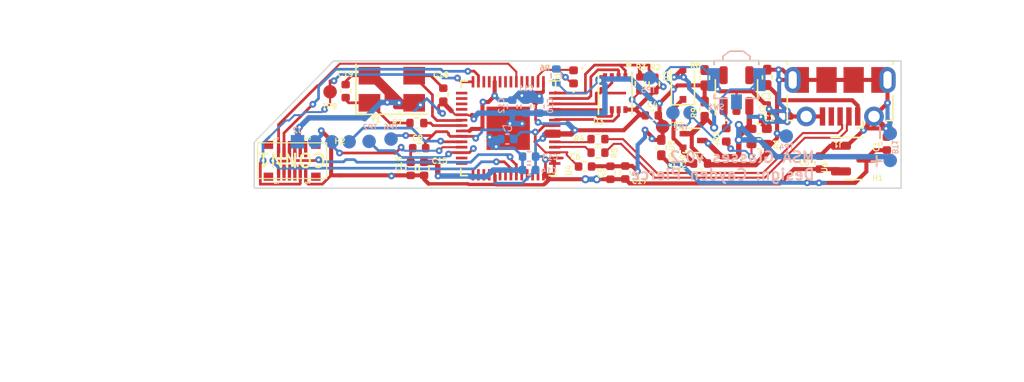
<source format=kicad_pcb>
(kicad_pcb (version 20211014) (generator pcbnew)
  (layers (0 "F.Cu" signal) (31 "B.Cu" signal) (34 "B.Paste" user) (35 "F.Paste" user) (36 "B.SilkS" user "B.Silkscreen") (37 "F.SilkS" user "F.Silkscreen") (38 "B.Mask" user) (39 "F.Mask" user) (44 "Edge.Cuts" user))
  (net 0 "")
  (net 1 "VBUS")
  (net 2 "-BATT")
  (net 3 "+3V3")
  (net 4 "+1V1")
  (net 5 "/XIN")
  (net 6 "Net-(C19-Pad2)")
  (net 7 "Net-(D1-Pad1)")
  (net 8 "/USB0-D_N")
  (net 9 "/USB0-D_P")
  (net 10 "/SWDIO")
  (net 11 "/SWDCLK")
  (net 12 "/QSPI_SS")
  (net 13 "/USB_BOOT")
  (net 14 "/USB-D_P")
  (net 15 "/USB-D_N")
  (net 16 "/RED_LED")
  (net 17 "/XOUT")
  (net 18 "/RP_RUN")
  (net 19 "/MIC_CLK")
  (net 20 "/QSPI_SD1")
  (net 21 "/QSPI_SD2")
  (net 22 "/QSPI_SD0")
  (net 23 "/QSPI_SCLK")
  (net 24 "/QSPI_SD3")
  (net 35 "/MIC_DOUT_0")
  (net 41 "/MIC_DOUT_1")
  (net 47 "/MIC_DOUT_2")
  (net 48 "/MIC_DOUT_3")
  (net 55 "+BATT")
  (net 56 "+VDC")
  (net 57 "Net-(D2-Pad1)")
  (net 58 "Net-(D2-Pad2)")
  (net 59 "Net-(R8-Pad1)")
  (net 62 "unconnected-(CONN1-Pad2)")
  (footprint "Resistor_SMD:R_0402_1005Metric" (layer "F.Cu") (at 141.025 88.275)
    (fp_text reference "R5")
    (fp_text value "27R")
  )
  (footprint "LED_SMD:LED_0402_1005Metric" (layer "F.Cu") (at 150.495 86.9625 -90)
    (fp_text reference "D2")
    (fp_text value "LED")
  )
  (footprint "Crystal:Crystal_SMD_5032-4Pin_5.0x3.2mm" (layer "F.Cu") (at 125.8075 83.59)
    (fp_text reference "Y1")
    (fp_text value "H130B-12.000-20-3050-EXT-TR")
  )
  (footprint "Capacitor_SMD:C_0402_1005Metric" (layer "F.Cu") (at 127.2 89.4725 90)
    (fp_text reference "C16")
    (fp_text value "0.1uF")
  )
  (footprint "Resistor_SMD:R_0402_1005Metric" (layer "F.Cu") (at 141.025 87.275)
    (fp_text reference "R4")
    (fp_text value "27R")
  )
  (footprint "Resistor_SMD:R_0402_1005Metric" (layer "F.Cu") (at 148.6 89.075 180)
    (fp_text reference "R10")
    (fp_text value "NC")
  )
  (footprint "OpenSourceSmartGlasses:slim_stack_molex_RECEPTACLE_5035481222" (layer "F.Cu") (at 118.45 88.85 180)
    (fp_text reference "CONN1")
    (fp_text value "slim_stack_receptable_12pos_5035481222_schematic")
  )
  (footprint "Capacitor_SMD:C_0402_1005Metric" (layer "F.Cu") (at 157.4025 89.01 90)
    (fp_text reference "C5")
    (fp_text value "10uF")
  )
  (footprint "Package_TO_SOT_SMD:SOT-523" (layer "F.Cu") (at 147.95 87.375)
    (fp_text reference "U5")
    (fp_text value "‎DMP21D0UT-7‎")
  )
  (footprint "Diode_SMD:D_SOD-323F" (layer "F.Cu") (at 147.3 83.2375 90)
    (fp_text reference "D3")
    (fp_text value "PMEG2010AEJ")
  )
  (footprint "OpenSourceSmartGlasses:micro_usb_right_angle_1050170001_molex" (layer "F.Cu") (at 158.9 83.9 180)
    (fp_text reference "J1")
    (fp_text value "USB_B_Micro")
  )
  (footprint "Capacitor_SMD:C_0402_1005Metric_Pad0.74x0.62mm_HandSolder" (layer "F.Cu") (at 153.525 82.7125 90)
    (fp_text reference "C3")
    (fp_text value "4.7uF")
  )
  (footprint "Capacitor_SMD:C_0402_1005Metric_Pad0.74x0.62mm_HandSolder" (layer "F.Cu") (at 152.925 87.6375)
    (fp_text reference "R1")
    (fp_text value "470")
  )
  (footprint "Capacitor_SMD:C_0402_1005Metric" (layer "F.Cu") (at 122.4 83.725 -90)
    (fp_text reference "C19")
    (fp_text value "27pF")
  )
  (footprint "Capacitor_SMD:C_0402_1005Metric" (layer "F.Cu") (at 128.19 89.47 90)
    (fp_text reference "C15")
    (fp_text value "0.1uF")
  )
  (footprint "Capacitor_SMD:C_0402_1005Metric_Pad0.74x0.62mm_HandSolder" (layer "F.Cu") (at 152.925 86.5125)
    (fp_text reference "C2")
    (fp_text value "4.7uF")
  )
  (footprint "Capacitor_SMD:C_0402_1005Metric_Pad0.74x0.62mm_HandSolder" (layer "F.Cu") (at 148.9 82.7375 -90)
    (fp_text reference "R8")
    (fp_text value "10k")
  )
  (footprint "Resistor_SMD:R_0402_1005Metric" (layer "F.Cu") (at 144.16 83.19 -90)
    (fp_text reference "R2")
    (fp_text value "1K")
  )
  (footprint "Package_TO_SOT_SMD:SOT-23" (layer "F.Cu") (at 159.9025 88.71)
    (fp_text reference "U1")
    (fp_text value "MCP1702")
  )
  (footprint "OpenSourceSmartGlasses:Mount_hole_small_0.7mm" (layer "F.Cu") (at 162.675 90.125)
    (fp_text reference "H1")
    (fp_text value "MountingHole")
  )
  (footprint "Resistor_SMD:R_0402_1005Metric" (layer "F.Cu") (at 145.18 83.2 90)
    (fp_text reference "R3")
    (fp_text value "10K")
  )
  (footprint "Resistor_SMD:R_0402_1005Metric" (layer "F.Cu") (at 127.6575 86.0875 180)
    (fp_text reference "R7")
    (fp_text value "1K")
  )
  (footprint "Capacitor_SMD:C_0402_1005Metric" (layer "F.Cu") (at 127.83 87.94 180)
    (fp_text reference "C8")
    (fp_text value "1uF")
  )
  (footprint "Capacitor_SMD:C_0402_1005Metric" (layer "F.Cu") (at 140.075 89.3)
    (fp_text reference "C6")
    (fp_text value "0.1uF")
  )
  (footprint "OpenSourceSmartGlasses:Mount_hole_small_0.7mm" (layer "F.Cu") (at 122.075 86.525)
    (fp_text reference "H2")
    (fp_text value "MountingHole")
  )
  (footprint "Capacitor_SMD:C_0402_1005Metric" (layer "F.Cu") (at 129.6075 83.99 90)
    (fp_text reference "C18")
    (fp_text value "27pF")
  )
  (footprint "Capacitor_SMD:C_0402_1005Metric" (layer "F.Cu") (at 141.94 89.76 90)
    (fp_text reference "C9")
    (fp_text value "1uF")
  )
  (footprint "LED_SMD:LED_0402_1005Metric" (layer "F.Cu") (at 139.225 82.675 90)
    (fp_text reference "D1")
    (fp_text value "APA3010SECK")
  )
  (footprint "Capacitor_SMD:C_0402_1005Metric" (layer "F.Cu") (at 162.35 87.6 90)
    (fp_text reference "C1")
    (fp_text value "10uF")
  )
  (footprint "Capacitor_SMD:C_0402_1005Metric_Pad0.74x0.62mm_HandSolder" (layer "F.Cu") (at 145.7 87.9 90)
    (fp_text reference "C20")
    (fp_text value "1uF")
  )
  (footprint "Package_TO_SOT_SMD:SOT-23-5" (layer "F.Cu") (at 151.25 83.6875 90)
    (fp_text reference "U2")
    (fp_text value "MCP73831-2-OT")
  )
  (footprint "mico:PSON50P300X200X60-9N" (layer "F.Cu") (at 142.3 83.8725 -90)
    (fp_text reference "U3")
    (fp_text value "W25Q128JV")
  )
  (footprint "mico:QFN40P700X700X90-57N" (layer "F.Cu") (at 134.4 86.4725 -90)
    (fp_text reference "U4")
    (fp_text value "RP2040")
  )
  (footprint "mico:SMD_1x01_P1.27mm" (layer "F.Cu") (at 121.25 83.775)
    (fp_text reference "TP9")
    (fp_text value "TestPoint")
  )
  (footprint "Capacitor_SMD:C_0402_1005Metric_Pad0.74x0.62mm_HandSolder" (layer "F.Cu") (at 148.9 85.0625 90)
    (fp_text reference "R9")
    (fp_text value "100k")
  )
  (footprint "mico:SMD_1x01_P1.27mm" (layer "F.Cu") (at 145.8 86.35 90)
    (fp_text reference "TP3")
    (fp_text value "TestPoint")
  )
  (footprint "Capacitor_SMD:C_0402_1005Metric" (layer "F.Cu") (at 145 85.52)
    (fp_text reference "C4")
    (fp_text value "0.1uF")
  )
  (footprint "Capacitor_SMD:C_0402_1005Metric" (layer "F.Cu") (at 143.04 89.74 90)
    (fp_text reference "C17")
    (fp_text value "10uF")
  )
  (footprint "Capacitor_SMD:C_0402_1005Metric" (layer "B.Cu") (at 135.94 88.56 180)
    (fp_text reference "C13")
    (fp_text value "0.1uF")
  )
  (footprint "mico:SMD_1x01_P1.27mm" (layer "B.Cu") (at 125.75 87.27)
    (fp_text reference "TP6")
    (fp_text value "TestPoint")
  )
  (footprint "mico:SMD_1x02_P1.27mm" (layer "B.Cu") (at 146.555 85.325 -90)
    (fp_text reference "TP1")
    (fp_text value "TestPoint_2Pole")
  )
  (footprint "Button_Switch_SMD:SW_SPST_B3U-3100P-B" (layer "B.Cu") (at 151.25 83.695 180)
    (fp_text reference "SW1")
    (fp_text value "SW_SPST")
  )
  (footprint "Capacitor_SMD:C_0402_1005Metric" (layer "B.Cu") (at 134.33 87.27 180)
    (fp_text reference "C7")
    (fp_text value "0.1uF")
  )
  (footprint "Capacitor_SMD:C_0402_1005Metric" (layer "B.Cu") (at 136.7 84.8725 -90)
    (fp_text reference "C10")
    (fp_text value "0.1uF")
  )
  (footprint "Capacitor_SMD:C_0402_1005Metric" (layer "B.Cu") (at 135.7 84.8725 -90)
    (fp_text reference "C11")
    (fp_text value "0.1uF")
  )
  (footprint "Resistor_SMD:R_0402_1005Metric" (layer "B.Cu") (at 137.95 82.6 90)
    (fp_text reference "R6")
    (fp_text value "470R")
  )
  (footprint "mico:SMD_1x01_P1.27mm" (layer "B.Cu") (at 154.925 87.05 180)
    (fp_text reference "TP4")
    (fp_text value "TestPoint")
  )
  (footprint "mico:SMD_1x04_P1.27mm" (layer "B.Cu") (at 118.85 87.47 -90)
    (fp_text reference "J2")
    (fp_text value "SWD Prog")
  )
  (footprint "Capacitor_SMD:C_0402_1005Metric" (layer "B.Cu") (at 134.7 84.8725 -90)
    (fp_text reference "C12")
    (fp_text value "0.1uF")
  )
  (footprint "Capacitor_SMD:C_0402_1005Metric" (layer "B.Cu") (at 135.94 89.56 180)
    (fp_text reference "C14")
    (fp_text value "0.1uF")
  )
  (footprint "mico:SMD_1x01_P1.27mm" (layer "B.Cu") (at 144.85 82.75 180)
    (fp_text reference "TP5")
    (fp_text value "TestPoint")
  )
  (footprint "mico:SMD_1x01_P1.27mm" (layer "B.Cu") (at 124.13 87.44 180)
    (fp_text reference "TP2")
    (fp_text value "TestPoint")
  )
  (footprint "OpenSourceSmartGlasses:BatterySolderOn" (layer "B.Cu") (at 162.6 87.9 90)
    (fp_text reference "BT1")
    (fp_text value "Battery_Cell")
  )
  (gr_line (start 163.4 81.5) (end 121.5 81.5) (layer "Edge.Cuts") (width 0.1))
  (gr_line (start 115.65 87.5) (end 115.65 90.9) (layer "Edge.Cuts") (width 0.1))
  (gr_line (start 115.65 90.9) (end 163.4 90.9) (layer "Edge.Cuts") (width 0.1))
  (gr_line (start 121.5 81.5) (end 115.65 87.5) (layer "Edge.Cuts") (width 0.1))
  (gr_line (start 163.4 90.9) (end 163.4 81.5) (layer "Edge.Cuts") (width 0.1))
  (gr_text "-" (at 161.775 86.825 90) (layer "B.SilkS") (effects (font (size 1 1)) (justify mirror)))
  (gr_text "MSA Glasses v0.2\nDesign: Cayden Pierce" (at 157.1 89.25) (layer "B.SilkS") (effects (font (size 0.8 0.8)) (justify left mirror)))
  (gr_text "+" (at 161.6 88.825) (layer "B.SilkS") (effects (font (size 1 1)) (justify mirror)))
  (gr_text "ss12" (at 119.575 87.225) (layer "F.SilkS") (effects (font (size 0.15 0.15) (thickness 0.0375))))
  (gr_text "ss1" (at 117.3 90.5) (layer "F.SilkS") (effects (font (size 0.15 0.15) (thickness 0.0375))))
  (gr_text "ss6" (at 119.6 90.475) (layer "F.SilkS") (effects (font (size 0.15 0.15) (thickness 0.0375))))
  (gr_text "ss7" (at 117.275 87.25) (layer "F.SilkS") (effects (font (size 0.15 0.15) (thickness 0.0375))))
  (gr_text "+" (at 139.875 82) (layer "F.SilkS") (effects (font (size 0.3 0.3) (thickness 0.07))))
  (gr_text "+" (at 149.843875 87.597937) (layer "F.SilkS") (effects (font (size 0.3 0.3) (thickness 0.07))))
  (segment (start 147.3 82.1875) (end 147.1675 82.1875) (width 0.3) (layer "F.Cu") (net 1))
  (segment (start 148.725 88.65) (end 149.11 89.035) (width 0.3) (layer "F.Cu") (net 1))
  (segment (start 147.95 86.875) (end 148.9 85.925) (width 0.4) (layer "F.Cu") (net 1))
  (segment (start 152.93 83.28) (end 152.2 82.55) (width 0.3) (layer "F.Cu") (net 1))
  (segment (start 147.3 82.1375) (end 147.2125 82.1375) (width 0.3) (layer "F.Cu") (net 1))
  (segment (start 149.197011 89.162011) (end 149.11 89.075) (width 0.4) (layer "F.Cu") (net 1))
  (segment (start 153.525 83.28) (end 152.93 83.28) (width 0.3) (layer "F.Cu") (net 1))
  (segment (start 152.1 82.45) (end 152.2 82.55) (width 0.15) (layer "F.Cu") (net 1))
  (segment (start 153.4925 88.3325) (end 152.662989 89.162011) (width 0.4) (layer "F.Cu") (net 1))
  (segment (start 154.3 84.4) (end 154.245 84.455) (width 0.3) (layer "F.Cu") (net 1))
  (segment (start 148.9 85.925) (end 148.9 85.63) (width 0.4) (layer "F.Cu") (net 1))
  (segment (start 160.2 85.6) (end 160.2 84.8) (width 0.3) (layer "F.Cu") (net 1))
  (segment (start 160.2 84.8) (end 159.8 84.4) (width 0.3) (layer "F.Cu") (net 1))
  (segment (start 147.2125 82.1375) (end 146.65 82.7) (width 0.3) (layer "F.Cu") (net 1))
  (segment (start 149.6 86.33) (end 148.9 85.63) (width 0.3) (layer "F.Cu") (net 1))
  (segment (start 154.245 84) (end 153.525 83.28) (width 0.3) (layer "F.Cu") (net 1))
  (segment (start 149.6 86.425) (end 149.6 86.33) (width 0.15) (layer "F.Cu") (net 1))
  (segment (start 153.82 87.6375) (end 154.245 87.2125) (width 0.3) (layer "F.Cu") (net 1))
  (segment (start 154.245 84.455) (end 154.245 84) (width 0.3) (layer "F.Cu") (net 1))
  (segment (start 147.305 86.875) (end 147.95 86.875) (width 0.4) (layer "F.Cu") (net 1))
  (segment (start 148.725 88.65) (end 147.95 87.875) (width 0.3) (layer "F.Cu") (net 1))
  (segment (start 153.4925 87.6375) (end 153.4925 88.3325) (width 0.4) (layer "F.Cu") (net 1))
  (segment (start 154.245 87.2125) (end 154.25 86.85) (width 0.3) (layer "F.Cu") (net 1))
  (segment (start 147.95 87.875) (end 147.95 86.875) (width 0.3) (layer "F.Cu") (net 1))
  (segment (start 152.662989 89.162011) (end 149.197011 89.162011) (width 0.4) (layer "F.Cu") (net 1))
  (segment (start 149.11 89.035) (end 149.11 89.075) (width 0.3) (layer "F.Cu") (net 1))
  (segment (start 154.25 86.85) (end 154.245 84.455) (width 0.3) (layer "F.Cu") (net 1))
  (segment (start 153.4925 87.6375) (end 153.82 87.6375) (width 0.3) (layer "F.Cu") (net 1))
  (segment (start 147.3 82.65) (end 147.35 82.7) (width 0.3) (layer "F.Cu") (net 1))
  (segment (start 147.3 82.1375) (end 147.3 82.65) (width 0.3) (layer "F.Cu") (net 1))
  (segment (start 148.95 88.875) (end 148.725 88.65) (width 0.3) (layer "F.Cu") (net 1))
  (segment (start 159.8 84.4) (end 154.3 84.4) (width 0.3) (layer "F.Cu") (net 1))
  (segment (start 148.96 88.875) (end 148.95 88.875) (width 0.15) (layer "F.Cu") (net 1))
  (via (at 154.25 86.85) (size 0.5) (drill 0.2) (layers "F.Cu" "B.Cu") (net 1))
  (via (at 149.6 86.425) (size 0.6) (drill 0.3) (layers "F.Cu" "B.Cu") (net 1))
  (via (at 147.35 82.7) (size 0.5) (drill 0.2) (layers "F.Cu" "B.Cu") (net 1))
  (via (at 146.65 82.7) (size 0.5) (drill 0.2) (layers "F.Cu" "B.Cu") (net 1))
  (segment (start 154.3 86.8) (end 154.25 86.85) (width 0.15) (layer "B.Cu") (net 1))
  (segment (start 147.35 82.7) (end 147.4 82.75) (width 0.3) (layer "B.Cu") (net 1))
  (segment (start 154.25 86.85) (end 154.725 86.85) (width 0.15) (layer "B.Cu") (net 1))
  (segment (start 154.725 86.85) (end 154.925 87.05) (width 0.15) (layer "B.Cu") (net 1))
  (segment (start 147.75 83.1) (end 147.35 82.7) (width 0.3) (layer "B.Cu") (net 1))
  (segment (start 147.75 83.525) (end 149.6 85.375) (width 0.3) (layer "B.Cu") (net 1))
  (segment (start 149.6 86.425) (end 149.6 85.375) (width 0.3) (layer "B.Cu") (net 1))
  (segment (start 147.75 83.525) (end 147.75 83.1) (width 0.3) (layer "B.Cu") (net 1))
  (segment (start 147.35 82.7) (end 146.65 82.7) (width 0.3) (layer "B.Cu") (net 1))
  (segment (start 154.95 86.8) (end 154.3 86.8) (width 0.15) (layer "B.Cu") (net 1))
  (segment (start 131.86 85.79) (end 131.86 85.65) (width 0.4) (layer "F.Cu") (net 2))
  (segment (start 127.2 88.9925) (end 128.2 88.9925) (width 0.2) (layer "F.Cu") (net 2))
  (segment (start 162.2875 86.4875) (end 160.7625 86.4875) (width 0.3) (layer "F.Cu") (net 2))
  (segment (start 153.05 85.625) (end 153.05 86.07) (width 0.3) (layer "F.Cu") (net 2))
  (segment (start 126.145 84.59) (end 125.87 84.59) (width 0.2) (layer "F.Cu") (net 2))
  (segment (start 130.49 85.4725) (end 130.2075 85.19) (width 0.15) (layer "F.Cu") (net 2))
  (segment (start 159.415 87.76) (end 160.625 86.625) (width 0.3) (layer "F.Cu") (net 2))
  (segment (start 119.05 87.2) (end 119.05 87.825) (width 0.2) (layer "F.Cu") (net 2))
  (segment (start 148.9 83.305) (end 148.9 84.495) (width 0.3) (layer "F.Cu") (net 2))
  (segment (start 118.995 86.395) (end 118.995 87.145) (width 0.2) (layer "F.Cu") (net 2))
  (segment (start 151.295 83.7375) (end 151.25 83.7825) (width 0.15) (layer "F.Cu") (net 2))
  (segment (start 133.03 87.13) (end 133.7425 87.13) (width 0.4) (layer "F.Cu") (net 2))
  (segment (start 131.48 85.53) (end 131.4225 85.4725) (width 0.15) (layer "F.Cu") (net 2))
  (segment (start 134.53 86.3425) (end 134.4 86.4725) (width 0.2) (layer "F.Cu") (net 2))
  (segment (start 149.5875 83.305) (end 149.86625 83.58375) (width 0.3) (layer "F.Cu") (net 2))
  (segment (start 122.45875 82.95875) (end 122.8275 82.59) (width 0.2) (layer "F.Cu") (net 2))
  (segment (start 126.145 84.59) (end 125.83 84.59) (width 0.2) (layer "F.Cu") (net 2))
  (segment (start 127.51 87.7825) (end 127.32 87.9725) (width 0.2) (layer "F.Cu") (net 2))
  (segment (start 160.625 86.625) (end 160.925 86.25) (width 0.3) (layer "F.Cu") (net 2))
  (segment (start 129.52 84.7525) (end 129.5 84.7725) (width 0.2) (layer "F.Cu") (net 2))
  (segment (start 140.575 89.28) (end 140.555 89.3) (width 0.3) (layer "F.Cu") (net 2))
  (segment (start 129.27 85.323) (end 129.498 85.323) (width 0.2) (layer "F.Cu") (net 2))
  (segment (start 144.5 86.6) (end 144.5 86.75) (width 0.3) (layer "F.Cu") (net 2))
  (segment (start 141.55 82.6525) (end 141.55 82.897063) (width 0.2) (layer "F.Cu") (net 2))
  (segment (start 130.965 85.4725) (end 131.4225 85.4725) (width 0.15) (layer "F.Cu") (net 2))
  (segment (start 129.5075 84.49) (end 130.2075 85.19) (width 0.35) (layer "F.Cu") (net 2))
  (segment (start 151.295 83.7375) (end 152.410717 83.7375) (width 0.3) (layer "F.Cu") (net 2))
  (segment (start 133.2625 87.61) (end 134.4 86.4725) (width 0.2) (layer "F.Cu") (net 2))
  (segment (start 129.2 89.125) (end 129.065 88.99) (width 0.4) (layer "F.Cu") (net 2))
  (segment (start 146.895 83.305) (end 146.6 83.6) (width 0.3) (layer "F.Cu") (net 2))
  (segment (start 145.57 84.63) (end 145.41 84.63) (width 0.2) (layer "F.Cu") (net 2))
  (segment (start 148.9 83.305) (end 149.5875 83.305) (width 0.3) (layer "F.Cu") (net 2))
  (segment (start 126.6 84.59) (end 126.345 84.59) (width 0.4) (layer "F.Cu") (net 2))
  (segment (start 154.645 82.145) (end 154.355 82.145) (width 0.3) (layer "F.Cu") (net 2))
  (segment (start 125.4775 84.2375) (end 125.4775 83.91) (width 0.4) (layer "F.Cu") (net 2))
  (segment (start 146.6 83.6) (end 145.57 84.63) (width 0.3) (layer "F.Cu") (net 2))
  (segment (start 145.7 87.3325) (end 145.0825 87.3325) (width 0.3) (layer "F.Cu") (net 2))
  (segment (start 133.7425 87.13) (end 134.4 86.4725) (width 0.2) (layer "F.Cu") (net 2))
  (segment (start 153.05 86.07) (end 153.4925 86.5125) (width 0.3) (layer "F.Cu") (net 2))
  (segment (start 133.51 87.3625) (end 134.4 86.4725) (width 0.2) (layer "F.Cu") (net 2))
  (segment (start 118.995 87.145) (end 119.05 87.2) (width 0.2) (layer "F.Cu") (net 2))
  (segment (start 142.91 89.21) (end 142.84 89.28) (width 0.2) (layer "F.Cu") (net 2))
  (segment (start 129.498 85.323) (end 129.55 85.375) (width 0.2) (layer "F.Cu") (net 2))
  (segment (start 141.13 82.94) (end 141.02 82.83) (width 0.2) (layer "F.Cu") (net 2))
  (segment (start 150.02 83.7375) (end 151.295 83.7375) (width 0.3) (layer "F.Cu") (net 2))
  (segment (start 153.295717 84.6225) (end 153.65 84.6225) (width 0.3) (layer "F.Cu") (net 2))
  (segment (start 155.4 82.9) (end 154.645 82.145) (width 0.3) (layer "F.Cu") (net 2))
  (segment (start 134.99 86.13) (end 134.7425 86.13) (width 0.2) (layer "F.Cu") (net 2))
  (segment (start 162.35 86.55) (end 162.2875 86.4875) (width 0.4) (layer "F.Cu") (net 2))
  (segment (start 155.4 85.6) (end 155 86) (width 0.3) (layer "F.Cu") (net 2))
  (segment (start 155.4 85.6) (end 155 85.2) (width 0.3) (layer "F.Cu") (net 2))
  (segment (start 141.373574 83.073489) (end 141.263489 83.073489) (width 0.2) (layer "F.Cu") (net 2))
  (segment (start 127.45 84.8725) (end 126.0925 84.8725) (width 0.4) (layer "F.Cu") (net 2))
  (segment (start 162.4 82.9) (end 162.4 84.6) (width 0.3) (layer "F.Cu") (net 2))
  (segment (start 134.53 86.12) (end 134.53 86.3425) (width 0.2) (layer "F.Cu") (net 2))
  (segment (start 129.2 89.957715) (end 129.2 89.125) (width 0.4) (layer "F.Cu") (net 2))
  (segment (start 154.355 82.145) (end 153.525 82.145) (width 0.3) (layer "F.Cu") (net 2))
  (segment (start 141.55 82.897063) (end 141.373574 83.073489) (width 0.2) (layer "F.Cu") (net 2))
  (segment (start 127.2 88.9925) (end 127.2 88.0925) (width 0.2) (layer "F.Cu") (net 2))
  (segment (start 145.48 85.52) (end 145.48 85.68) (width 0.3) (layer "F.Cu") (net 2))
  (segment (start 161.8 82.9) (end 159.9 82.9) (width 0.3) (layer "F.Cu") (net 2))
  (segment (start 130.965 85.4725) (end 130.49 85.4725) (width 0.15) (layer "F.Cu") (net 2))
  (segment (start 134.7425 86.13) (end 134.4 86.4725) (width 0.2) (layer "F.Cu") (net 2))
  (segment (start 129.065 88.99) (end 128.19 88.99) (width 0.4) (layer "F.Cu") (net 2))
  (segment (start 129.27 85.323) (end 129.27 84.8075) (width 0.2) (layer "F.Cu") (net 2))
  (segment (start 141.263489 83.073489) (end 141.175 82.985) (width 0.4) (layer "F.Cu") (net 2))
  (segment (start 162.35 87.12) (end 162.35 86.55) (width 0.4) (layer "F.Cu") (net 2))
  (segment (start 122.2075 83.21) (end 122.45875 82.95875) (width 0.2) (layer "F.Cu") (net 2))
  (segment (start 126.345 84.59) (end 126.1 84.59) (width 0.4) (layer "F.Cu") (net 2))
  (segment (start 126.6 84.59) (end 124.6 82.59) (width 0.4) (layer "F.Cu") (net 2))
  (segment (start 129.27 84.8075) (end 129.6075 84.47) (width 0.2) (layer "F.Cu") (net 2))
  (segment (start 157.9 82.9) (end 155.4 82.9) (width 0.3) (layer "F.Cu") (net 2))
  (segment (start 141.94 89.28) (end 140.575 89.28) (width 0.3) (layer "F.Cu") (net 2))
  (segment (start 145.57 84.63) (end 145.57 85.43) (width 0.3) (layer "F.Cu") (net 2))
  (segment (start 157.9 82.9) (end 159.9 82.9) (width 0.3) (layer "F.Cu") (net 2))
  (segment (start 161.4 86.2125) (end 161.4 85.6) (width 0.3) (layer "F.Cu") (net 2))
  (segment (start 125.8375 84.5575) (end 125.4775 84.5575) (width 0.4) (layer "F.Cu") (net 2))
  (segment (start 135.43 86.13) (end 134.7425 86.13) (width 0.2) (layer "F.Cu") (net 2))
  (segment (start 127.45 84.8725) (end 126.5925 84.8725) (width 0.4) (layer "F.Cu") (net 2))
  (segment (start 127.2 88.0925) (end 127.32 87.9725) (width 0.2) (layer "F.Cu") (net 2))
  (segment (start 145.48 85.68) (end 145.8 86) (width 0.3) (layer "F.Cu") (net 2))
  (segment (start 133.51 87.83) (end 133.51 87.3625) (width 0.4) (layer "F.Cu") (net 2))
  (segment (start 125.4775 83.91) (end 125.4775 83.9675) (width 0.4) (layer "F.Cu") (net 2))
  (segment (start 153.65 84.6225) (end 153.65 85.05) (width 0.3) (layer "F.Cu") (net 2))
  (segment (start 135.46 87.7195) (end 135.46 87.5325) (width 0.2) (layer "F.Cu") (net 2))
  (segment (start 131.86 85.65) (end 131.74 85.53) (width 0.4) (layer "F.Cu") (net 2))
  (segment (start 131.74 85.53) (end 131.48 85.53) (width 0.15) (layer "F.Cu") (net 2))
  (segment (start 142.84 89.28) (end 141.94 89.28) (width 0.3) (layer "F.Cu") (net 2))
  (segment (start 141.1975 82.6525) (end 141.02 82.83) (width 0.2) (layer "F.Cu") (net 2))
  (segment (start 133.04 87.61) (end 133.2625 87.61) (width 0.4) (layer "F.Cu") (net 2))
  (segment (start 143.04 89.26) (end 143.56 89.26) (width 0.3) (layer "F.Cu") (net 2))
  (segment (start 125.4775 84.5575) (end 125.3075 84.5575) (width 0.4) (layer "F.Cu") (net 2))
  (segment (start 145.8 87.2325) (end 145.7 87.3325) (width 0.3) (layer "F.Cu") (net 2))
  (segment (start 140.555 89.3) (end 140.6 89.3) (width 0.15) (layer "F.Cu") (net 2))
  (segment (start 141.55 82.6525) (end 141.5075 82.6525) (width 0.2) (layer "F.Cu") (net 2))
  (segment (start 122.8275 82.59) (end 124.1575 82.59) (width 0.2) (layer "F.Cu") (net 2))
  (segment (start 129.225 90) (end 129.225 89.982715) (width 0.4) (layer "F.Cu") (net 2))
  (segment (start 126.345 84.59) (end 126.145 84.59) (width 0.2) (layer "F.Cu") (net 2))
  (segment (start 126.1 84.59) (end 126.0675 84.5575) (width 0.2) (layer "F.Cu") (net 2))
  (segment (start 162.2875 86.4875) (end 161.4 85.6) (width 0.4) (layer "F.Cu") (net 2))
  (segment (start 141.55 82.6525) (end 141.1975 82.6525) (width 0.2) (layer "F.Cu") (net 2))
  (segment (start 141.5075 82.6525) (end 141.175 82.985) (width 0.2) (layer "F.Cu") (net 2))
  (segment (start 153.65 86.355) (end 153.4925 86.5125) (width 0.3) (layer "F.Cu") (net 2))
  (segment (start 145.009411 87.109411) (end 144.5 86.6) (width 0.3) (layer "F.Cu") (net 2))
  (segment (start 153.65 85.05) (end 153.65 86.355) (width 0.3) (layer "F.Cu") (net 2))
  (segment (start 145.009411 87.240589) (end 145.009411 87.109411) (width 0.3) (layer "F.Cu") (net 2))
  (segment (start 125.4775 83.91) (end 124.1575 82.59) (width 0.4) (layer "F.Cu") (net 2))
  (segment (start 158.1725 87.76) (end 157.4025 88.53) (width 0.3) (layer "F.Cu") (net 2))
  (segment (start 160.925 86.075) (end 161.4 85.6) (width 0.3) (layer "F.Cu") (net 2))
  (segment (start 155.4 82.9) (end 154.4 82.9) (width 0.3) (layer "F.Cu") (net 2))
  (segment (start 122.4 83.0175) (end 122.45875 82.95875) (width 0.15) (layer "F.Cu") (net 2))
  (segment (start 158.32 87.75) (end 159.1125 87.75) (width 0.3) (layer "F.Cu") (net 2))
  (segment (start 129.6 84.7525) (end 129.52 84.7525) (width 0.2) (layer "F.Cu") (net 2))
  (segment (start 141.175 82.985) (end 141.13 82.94) (width 0.2) (layer "F.Cu") (net 2))
  (segment (start 143.56 89.26) (end 143.95 89.65) (width 0.3) (layer "F.Cu") (net 2))
  (segment (start 156.4 85.6) (end 157.6 85.6) (width 0.3) (layer "F.Cu") (net 2))
  (segment (start 145.57 85.43) (end 145.48 85.52) (width 0.3) (layer "F.Cu") (net 2))
  (segment (start 141.2 82.69) (end 141.373574 82.863574) (width 0.2) (layer "F.Cu") (net 2))
  (segment (start 152.410717 83.7375) (end 153.295717 84.6225) (width 0.3) (layer "F.Cu") (net 2))
  (segment (start 125.83 84.59) (end 125.4775 84.2375) (width 0.2) (layer "F.Cu") (net 2))
  (segment (start 160.7625 86.4875) (end 160.625 86.625) (width 0.3) (layer "F.Cu") (net 2))
  (segment (start 156.4 85.6) (end 155.4 85.6) (width 0.3) (layer "F.Cu") (net 2))
  (segment (start 127.3175 87.97) (end 127.32 87.9725) (width 0.2) (layer "F.Cu") (net 2))
  (segment (start 148.9 83.305) (end 146.895 83.305) (width 0.3) (layer "F.Cu") (net 2))
  (segment (start 160.925 86.25) (end 160.925 86.075) (width 0.3) (layer "F.Cu") (net 2))
  (segment (start 125.4775 83.9675) (end 126.1 84.59) (width 0.4) (layer "F.Cu") (net 2))
  (segment (start 124.5925 82.8725) (end 124.15 82.8725) (width 0.4) (layer "F.Cu") (net 2))
  (segment (start 135.46 87.5325) (end 134.4 86.4725) (width 0.2) (layer "F.Cu") (net 2))
  (segment (start 162.4 84.6) (end 161.4 85.6) (width 0.3) (layer "F.Cu") (net 2))
  (segment (start 145.0825 87.3325) (end 145.009411 87.240589) (width 0.3) (layer "F.Cu") (net 2))
  (segment (start 149.86625 83.58375) (end 150.02 83.7375) (width 0.3) (layer "F.Cu") (net 2))
  (segment (start 141.373574 82.863574) (end 141.373574 83.073489) (width 0.2) (layer "F.Cu") (net 2))
  (segment (start 122.4 83.245) (end 122.4 83.0175) (width 0.15) (layer "F.Cu") (net 2))
  (segment (start 145.8 86) (end 145.8 87.2325) (width 0.3) (layer "F.Cu") (net 2))
  (segment (start 160.925 86.25) (end 161.3525 85.8225) (width 0.3) (layer "F.Cu") (net 2))
  (segment (start 125.4775 84.5575) (end 125.4775 84.2375) (width 0.4) (layer "F.Cu") (net 2))
  (segment (start 125.87 84.59) (end 125.8375 84.5575) (width 0.2) (layer "F.Cu") (net 2))
  (segment (start 129.225 89.982715) (end 129.2 89.957715) (width 0.4) (layer "F.Cu") (net 2))
  (segment (start 151.25 83.7825) (end 151.25 84.825) (width 0.15) (layer "F.Cu") (net 2))
  (via (at 154.355 82.145) (size 0.5) (drill 0.2) (layers "F.Cu" "B.Cu") (net 2))
  (via (at 118.995 86.395) (size 0.5) (drill 0.2) (layers "F.Cu" "B.Cu") (net 2))
  (via (at 145.57 84.63) (size 0.5) (drill 0.2) (layers "F.Cu" "B.Cu") (net 2))
  (via (at 146.6 83.6) (size 0.5) (drill 0.2) (layers "F.Cu" "B.Cu") (net 2))
  (via (at 125.4775 84.5575) (size 0.5) (drill 0.2) (layers "F.Cu" "B.Cu") (net 2))
  (via (at 144.5 86.6) (size 0.5) (drill 0.2) (layers "F.Cu" "B.Cu") (net 2))
  (via (at 131.86 85.79) (size 0.5) (drill 0.2) (layers "F.Cu" "B.Cu") (net 2))
  (via (at 129.55 85.375) (size 0.5) (drill 0.2) (layers "F.Cu" "B.Cu") (net 2))
  (via (at 129.225 90) (size 0.5) (drill 0.2) (layers "F.Cu" "B.Cu") (net 2))
  (via (at 160.625 86.625) (size 0.5) (drill 0.2) (layers "F.Cu" "B.Cu") (net 2))
  (via (at 133.51 87.83) (size 0.5) (drill 0.2) (layers "F.Cu" "B.Cu") (net 2))
  (via (at 162.4 84.6) (size 0.5) (drill 0.2) (layers "F.Cu" "B.Cu") (net 2))
  (via (at 153.65 85.05) (size 0.5) (drill 0.2) (layers "F.Cu" "B.Cu") (net 2))
  (via (at 155 86) (size 0.5) (drill 0.2) (layers "F.Cu" "B.Cu") (net 2))
  (via (at 133.03 87.13) (size 0.5) (drill 0.2) (layers "F.Cu" "B.Cu") (net 2))
  (via (at 135.43 86.13) (size 0.5) (drill 0.2) (layers "F.Cu" "B.Cu") (net 2))
  (via (at 149.86625 83.58375) (size 0.5) (drill 0.2) (layers "F.Cu" "B.Cu") (net 2))
  (via (at 141.13 82.94) (size 0.6) (drill 0.3) (layers "F.Cu" "B.Cu") (net 2))
  (via (at 143.95 89.65) (size 0.5) (drill 0.2) (layers "F.Cu" "B.Cu") (net 2))
  (via (at 153.05 85.625) (size 0.5) (drill 0.2) (layers "F.Cu" "B.Cu") (net 2))
  (via (at 134.53 86.12) (size 0.5) (drill 0.2) (layers "F.Cu" "B.Cu") (net 2))
  (via (at 127.9225 84.7475) (size 0.5) (drill 0.2) (layers "F.Cu" "B.Cu") (net 2))
  (via (at 126.345 84.59) (size 0.5) (drill 0.2) (layers "F.Cu" "B.Cu") (net 2))
  (via (at 145.009411 87.240589) (size 0.5) (drill 0.2) (layers "F.Cu" "B.Cu") (net 2))
  (via (at 154.4 82.9) (size 0.5) (drill 0.2) (layers "F.Cu" "B.Cu") (net 2))
  (via (at 155 85.2) (size 0.5) (drill 0.2) (layers "F.Cu" "B.Cu") (net 2))
  (via (at 162.2875 86.4875) (size 0.5) (drill 0.2) (layers "F.Cu" "B.Cu") (net 2))
  (segment (start 129.335 85.16) (end 129.27 85.16) (width 0.2) (layer "B.Cu") (net 2))
  (segment (start 137.95 83.11) (end 137.985 83.11) (width 0.15) (layer "B.Cu") (net 2))
  (segment (start 133.26 87.83) (end 133.04 87.61) (width 0.4) (layer "B.Cu") (net 2))
  (segment (start 141.02 82.83) (end 143.45 82.83) (width 0.4) (layer "B.Cu") (net 2))
  (segment (start 133.51 87.83) (end 133.26 87.83) (width 0.4) (layer "B.Cu") (net 2))
  (segment (start 144.5 87.15) (end 143.95 87.7) (width 0.3) (layer "B.Cu") (net 2))
  (segment (start 152.15 85.625) (end 152.436439 85.625) (width 0.3) (layer "B.Cu") (net 2))
  (segment (start 146.555 83.355) (end 146.05 82.85) (width 0.15) (layer "B.Cu") (net 2))
  (segment (start 134.7 85.95) (end 134.53 86.12) (width 0.2) (layer "B.Cu") (net 2))
  (segment (start 143.45 82.83) (end 145.25 84.63) (width 0.4) (layer "B.Cu") (net 2))
  (segment (start 153.8 85.2) (end 153.65 85.05) (width 0.3) (layer "B.Cu") (net 2))
  (segment (start 140.195 83.875) (end 138.75 83.875) (width 0.15) (layer "B.Cu") (net 2))
  (segment (start 125.005705 84.5575) (end 123.795705 85.7675) (width 0.4) (layer "B.Cu") (net 2))
  (segment (start 136.7 85.3525) (end 136.7075 85.36) (width 0.4) (layer "B.Cu") (net 2))
  (segment (start 133.58 87.27) (end 133.17 87.27) (width 0.4) (layer "B.Cu") (net 2))
  (segment (start 135.46 88.56) (end 134.825 87.925) (width 0.2) (layer "B.Cu") (net 2))
  (segment (start 132.1975 85.3525) (end 132 85.55) (width 0.4) (layer "B.Cu") (net 2))
  (segment (start 146.375 81.95) (end 148.72 81.95) (width 0.15) (layer "B.Cu") (net 2))
  (segment (start 134.7 85.3525) (end 132.1975 85.3525) (width 0.4) (layer "B.Cu") (net 2))
  (segment (start 133.58 87.27) (end 133.58 87.76) (width 0.4) (layer "B.Cu") (net 2))
  (segment (start 140.195 83.875) (end 141.13 82.94) (width 0.15) (layer "B.Cu") (net 2))
  (segment (start 154.6 86) (end 153.65 85.05) (width 0.3) (layer "B.Cu") (net 2))
  (segment (start 154.4 82.9) (end 154.4 84.6) (width 0.3) (layer "B.Cu") (net 2))
  (segment (start 123.795705 85.7675) (end 123.728694 85.700489) (width 0.4) (layer "B.Cu") (net 2))
  (segment (start 133.58 87.76) (end 133.51 87.83) (width 0.4) (layer "B.Cu") (net 2))
  (segment (start 154.355 82.855) (end 154.4 82.9) (width 0.3) (layer "B.Cu") (net 2))
  (segment (start 133.605 87.925) (end 133.51 87.83) (width 0.2) (layer "B.Cu") (net 2))
  (segment (start 141.54 85.36) (end 141.54 83.239915) (width 0.4) (layer "B.Cu") (net 2))
  (segment (start 129.27 85.16) (end 128.39 84.28) (width 0.2) (layer "B.Cu") (net 2))
  (segment (start 162.6 86.075) (end 162.6 86.85) (width 0.3) (layer "B.Cu") (net 2))
  (segment (start 162.2875 86.5375) (end 162.6 86.85) (width 0.4) (layer "B.Cu") (net 2))
  (segment (start 134.54 86.13) (end 134.53 86.12) (width 0.2) (layer "B.Cu") (net 2))
  (segment (start 155 85.2) (end 155 86) (width 0.3) (layer "B.Cu") (net 2))
  (segment (start 135.7 85.3525) (end 134.7 85.3525) (width 0.4) (layer "B.Cu") (net 2))
  (segment (start 126.1125 84.5575) (end 126.145 84.59) (width 0.4) (layer "B.Cu") (net 2))
  (segment (start 143.95 87.7) (end 143.95 89.65) (width 0.3) (layer "B.Cu") (net 2))
  (segment (start 146.05 82.275) (end 146.375 81.95) (width 0.15) (layer "B.Cu") (net 2))
  (segment (start 133.85 87.27) (end 133.58 87.27) (width 0.2) (layer "B.Cu") (net 2))
  (segment (start 127.9225 84.7475) (end 127.490481 85.179519) (width 0.2) (layer "B.Cu") (net 2))
  (segment (start 131.625 90.05) (end 132.8 90.05) (width 0.4) (layer "B.Cu") (net 2))
  (segment (start 128.39 84.28) (end 127.9225 84.7475) (width 0.2) (layer "B.Cu") (net 2))
  (segment (start 126.145 84.59) (end 126.345 84.59) (width 0.4) (layer "B.Cu") (net 2))
  (segment (start 135.46 88.56) (end 135.46 89.56) (width 0.2) (layer "B.Cu") (net 2))
  (segment (start 162.2875 86.3875) (end 162.625 86.05) (width 0.3) (layer "B.Cu") (net 2))
  (segment (start 134.7 85.3525) (end 134.7 85.95) (width 0.4) (layer "B.Cu") (net 2))
  (segment (start 141.54 83.239915) (end 141.373574 83.073489) (width 0.4) (layer "B.Cu") (net 2))
  (segment (start 119.27 86.12) (end 118.995 86.395) (width 0.4) (layer "B.Cu") (net 2))
  (segment (start 155 86) (end 154.6 86) (width 0.3) (layer "B.Cu") (net 2))
  (segment (start 148.72 81.95) (end 149.65 82.88) (width 0.15) (layer "B.Cu") (net 2))
  (segment (start 129.225 90) (end 131.575 90) (width 0.4) (layer "B.Cu") (net 2))
  (segment (start 125.4775 84.5575) (end 126.1125 84.5575) (width 0.4) (layer "B.Cu") (net 2))
  (segment (start 155 86) (end 153.425 86) (width 0.3) (layer "B.Cu") (net 2))
  (segment (start 133.17 87.27) (end 133.17 87.48) (width 0.4) (layer "B.Cu") (net 2))
  (segment (start 131.575 90) (end 131.625 90.05) (width 0.4) (layer "B.Cu") (net 2))
  (segment (start 146.05 82.85) (end 146.05 82.275) (width 0.15) (layer "B.Cu") (net 2))
  (segment (start 134.99 86.13) (end 135.43 86.13) (width 0.4) (layer "B.Cu") (net 2))
  (segment (start 162.2875 86.4875) (end 162.2875 86.3875) (width 0.3) (layer "B.Cu") (net 2))
  (segment (start 136.7 85.3525) (end 135.7 85.3525) (width 0.4) (layer "B.Cu") (net 2))
  (segment (start 144.5 86.6) (end 144.5 87.15) (width 0.3) (layer "B.Cu") (net 2))
  (segment (start 133.17 87.27) (end 133.03 87.13) (width 0.4) (layer "B.Cu") (net 2))
  (segment (start 125.3075 84.5575) (end 125.005705 84.5575) (width 0.2) (layer "B.Cu") (net 2))
  (segment (start 132.8 90.05) (end 133.29 89.56) (width 0.4) (layer "B.Cu") (net 2))
  (segment (start 125.4775 84.5575) (end 125.005705 84.5575) (width 0.4) (layer "B.Cu") (net 2))
  (segment (start 154.355 82.145) (end 154.355 82.855) (width 0.3) (layer "B.Cu") (net 2))
  (segment (start 118.85 86.54) (end 118.85 87.47) (width 0.4) (layer "B.Cu") (net 2))
  (segment (start 133.29 89.56) (end 135.46 89.56) (width 0.4) (layer "B.Cu") (net 2))
  (segment (start 134.99 86.13) (end 134.54 86.13) (width 0.4) (layer "B.Cu") (net 2))
  (segment (start 152.436439 85.625) (end 153.05 85.625) (width 0.3) (layer "B.Cu") (net 2))
  (segment (start 154.4 84.6) (end 155 85.2) (width 0.3) (layer "B.Cu") (net 2))
  (segment (start 134.825 87.925) (end 133.605 87.925) (width 0.2) (layer "B.Cu") (net 2))
  (segment (start 162.625 86.05) (end 162.6 86.075) (width 0.3) (layer "B.Cu") (net 2))
  (segment (start 126.0675 84.5575) (end 125.8375 84.5575) (width 0.2) (layer "B.Cu") (net 2))
  (segment (start 119.689511 85.700489) (end 119.27 86.12) (width 0.4) (layer "B.Cu") (net 2))
  (segment (start 155 85.2) (end 153.8 85.2) (width 0.3) (layer "B.Cu") (net 2))
  (segment (start 162.4 84.6) (end 162.4 85.825) (width 0.3) (layer "B.Cu") (net 2))
  (segment (start 136.7075 85.36) (end 140.46 85.36) (width 0.4) (layer "B.Cu") (net 2))
  (segment (start 162.2875 86.4875) (end 162.2875 86.5375) (width 0.15) (layer "B.Cu") (net 2))
  (segment (start 129.27 85.323) (end 129.27 85.16) (width 0.2) (layer "B.Cu") (net 2))
  (segment (start 162.4 85.825) (end 162.625 86.05) (width 0.3) (layer "B.Cu") (net 2))
  (segment (start 153.425 86) (end 153.05 85.625) (width 0.3) (layer "B.Cu") (net 2))
  (segment (start 123.728694 85.700489) (end 119.689511 85.700489) (width 0.4) (layer "B.Cu") (net 2))
  (segment (start 131.86 85.69) (end 131.86 85.79) (width 0.4) (layer "B.Cu") (net 2))
  (segment (start 129.55 85.375) (end 129.335 85.16) (width 0.2) (layer "B.Cu") (net 2))
  (segment (start 133.17 87.48) (end 133.04 87.61) (width 0.4) (layer "B.Cu") (net 2))
  (segment (start 118.995 86.395) (end 118.85 86.54) (width 0.4) (layer "B.Cu") (net 2))
  (segment (start 146.555 85.325) (end 146.555 83.355) (width 0.15) (layer "B.Cu") (net 2))
  (segment (start 145.25 84.63) (end 145.57 84.63) (width 0.4) (layer "B.Cu") (net 2))
  (segment (start 132 85.55) (end 131.86 85.69) (width 0.4) (layer "B.Cu") (net 2))
  (segment (start 137.985 83.11) (end 138.75 83.875) (width 0.15) (layer "B.Cu") (net 2))
  (segment (start 140.46 85.36) (end 141.54 85.36) (width 0.4) (layer "B.Cu") (net 2))
  (segment (start 119.649511 90.599511) (end 119.45 90.4) (width 0.2) (layer "F.Cu") (net 3))
  (segment (start 136.47875 84.32125) (end 136.7 84.1) (width 0.4) (layer "F.Cu") (net 3))
  (segment (start 121.9275 89.9525) (end 121.8825 89.9525) (width 0.3) (layer "F.Cu") (net 3))
  (segment (start 137.15 88.79) (end 137.5525 88.79) (width 0.2) (layer "F.Cu") (net 3))
  (segment (start 155.51 89.49) (end 157.4025 89.49) (width 0.3) (layer "F.Cu") (net 3))
  (segment (start 137.03 90.65) (end 133.53 90.65) (width 0.25) (layer "F.Cu") (net 3))
  (segment (start 121.3275 89.9525) (end 122.1525 89.9525) (width 0.3) (layer "F.Cu") (net 3))
  (segment (start 136.42136 84.60136) (end 136.42136 85.85336) (width 0.2) (layer "F.Cu") (net 3))
  (segment (start 145.49 83.4) (end 145.85 83.4) (width 0.3) (layer "F.Cu") (net 3))
  (segment (start 137.15 89.7575) (end 137 89.9075) (width 0.2) (layer "F.Cu") (net 3))
  (segment (start 140.1 90.24) (end 137.4325 90.24) (width 0.3) (layer "F.Cu") (net 3))
  (segment (start 133.4 90.376859) (end 133.4 89.9075) (width 0.2) (layer "F.Cu") (net 3))
  (segment (start 137.7175 88.79) (end 137.835 88.6725) (width 0.2) (layer "F.Cu") (net 3))
  (segment (start 136.7 84.1) (end 136.5 83.9) (width 0.2) (layer "F.Cu") (net 3))
  (segment (start 122.1525 89.9525) (end 121.9275 89.9525) (width 0.3) (layer "F.Cu") (net 3))
  (segment (start 127.2 89.9525) (end 128.2 89.9525) (width 0.3) (layer "F.Cu") (net 3))
  (segment (start 135.62 83.84) (end 135.4175 84.0425) (width 0.4) (layer "F.Cu") (net 3))
  (segment (start 136.95 87.2) (end 136.95 87.225) (width 0.2) (layer "F.Cu") (net 3))
  (segment (start 128.2 89.9525) (end 128.2 90.2525) (width 0.3) (layer "F.Cu") (net 3))
  (segment (start 141.94 90.24) (end 140.94 90.24) (width 0.3) (layer "F.Cu") (net 3))
  (segment (start 145.2 83.73) (end 145.18 83.71) (width 0.2) (layer "F.Cu") (net 3))
  (segment (start 133.4 84.0725) (end 133.4 83.0375) (width 0.3) (layer "F.Cu") (net 3))
  (segment (start 137 83.6725) (end 137 83.8) (width 0.2) (layer "F.Cu") (net 3))
  (segment (start 119.45 90.4) (end 119.45 89.925) (width 0.2) (layer "F.Cu") (net 3))
  (segment (start 137.6175 86.89) (end 137.26 86.89) (width 0.2) (layer "F.Cu") (net 3))
  (segment (start 137.8 87.0725) (end 137.6175 86.89) (width 0.2) (layer "F.Cu") (net 3))
  (segment (start 135.7025 84.3525) (end 135.405 84.055) (width 0.4) (layer "F.Cu") (net 3))
  (segment (start 133.45048 89.95798) (end 133.4 89.9075) (width 0.2) (layer "F.Cu") (net 3))
  (segment (start 136.7 84.1) (end 135.92 84.1) (width 0.2) (layer "F.Cu") (net 3))
  (segment (start 154.45 90.55) (end 143.37 90.55) (width 0.3) (layer "F.Cu") (net 3))
  (segment (start 125.8275 89.9525) (end 125.78 90) (width 0.2) (layer "F.Cu") (net 3))
  (segment (start 137.4325 90.04) (end 137.15 89.7575) (width 0.2) (layer "F.Cu") (net 3))
  (segment (start 137.10298 90.57702) (end 137.03 90.65) (width 0.25) (layer "F.Cu") (net 3))
  (segment (start 137.26 86.89) (end 137.01 86.89) (width 0.2) (layer "F.Cu") (net 3))
  (segment (start 143.37 90.55) (end 143.04 90.22) (width 0.3) (layer "F.Cu") (net 3))
  (segment (start 137.6175 86.89) (end 137.76375 86.74375) (width 0.2) (layer "F.Cu") (net 3))
  (segment (start 144.52 85.52) (end 144.225 85.52) (width 0.3) (layer "F.Cu") (net 3))
  (segment (start 135.92 84.1) (end 135.9 84.08) (width 0.2) (layer "F.Cu") (net 3))
  (segment (start 137.8 89.8725) (end 137.035 89.8725) (width 0.2) (layer "F.Cu") (net 3))
  (segment (start 136.7 84.32272) (end 136.42136 84.60136) (width 0.2) (layer "F.Cu") (net 3))
  (segment (start 135.9 84.08) (end 135.66 83.84) (width 0.4) (layer "F.Cu") (net 3))
  (segment (start 136.7 83.9725) (end 137 83.6725) (width 0.2) (layer "F.Cu") (net 3))
  (segment (start 137.835 89.0725) (end 137.835 88.6725) (width 0.2) (layer "F.Cu") (net 3))
  (segment (start 136.1725 84.3525) (end 135.7025 84.3525) (width 0.4) (layer "F.Cu") (net 3))
  (segment (start 140.94 90.24) (end 140.1 90.24) (width 0.3) (layer "F.Cu") (net 3))
  (segment (start 137.15 88.79) (end 137.7175 88.79) (width 0.2) (layer "F.Cu") (net 3))
  (segment (start 137.035 89.8725) (end 137 89.9075) (width 0.2) (layer "F.Cu") (net 3))
  (segment (start 130.965 86.6725) (end 131.544022 86.6725) (width 0.2) (layer "F.Cu") (net 3))
  (segment (start 137.1925 87.0725) (end 137.01 86.89) (width 0.2) (layer "F.Cu") (net 3))
  (segment (start 131.696522 86.52) (end 131.544022 86.6725) (width 0.3) (layer "F.Cu") (net 3))
  (segment (start 132.500489 86.52) (end 131.696522 86.52) (width 0.3) (layer "F.Cu") (net 3))
  (segment (start 157.4025 89.49) (end 158.795 89.49) (width 0.3) (layer "F.Cu") (net 3))
  (segment (start 137.76375 86.74375) (end 137.7575 86.75) (width 0.2) (layer "F.Cu") (net 3))
  (segment (start 155.51 89.49) (end 154.45 90.55) (width 0.3) (layer "F.Cu") (net 3))
  (segment (start 137.4325 90.2475) (end 137.10298 90.57702) (width 0.3) (layer "F.Cu") (net 3))
  (segment (start 135.9 84.08) (end 135.96 84.02) (width 0.2) (layer "F.Cu") (net 3))
  (segment (start 145.18 83.71) (end 143.7975 85.0925) (width 0.3) (layer "F.Cu") (net 3))
  (segment (start 133.53 90.65) (end 133.45702 90.57702) (width 0.25) (layer "F.Cu") (net 3))
  (segment (start 142.93 86.62) (end 144.03 85.52) (width 0.3) (layer "F.Cu") (net 3))
  (segment (start 121.3275 89.9525) (end 120.680489 90.599511) (width 0.2) (layer "F.Cu") (net 3))
  (segment (start 136.1725 84.3525) (end 135.9 84.08) (width 0.4) (layer "F.Cu") (net 3))
  (segment (start 137.835 87.0725) (end 137.1925 87.0725) (width 0.2) (layer "F.Cu") (net 3))
  (segment (start 137.4325 90.04) (end 137.4325 90.2475) (width 0.2) (layer "F.Cu") (net 3))
  (segment (start 136.18 83.8) (end 137 83.8) (width 0.2) (layer "F.Cu") (net 3))
  (segment (start 139.32 86.62) (end 142.93 86.62) (width 0.3) (layer "F.Cu") (net 3))
  (segment (start 136.42136 85.85336) (end 136.6 86.032) (width 0.2) (layer "F.Cu") (net 3))
  (segment (start 137 89.9075) (end 137.0575 89.9075) (width 0.2) (layer "F.Cu") (net 3))
  (segment (start 139.05 86.89) (end 137.6175 86.89) (width 0.4) (layer "F.Cu") (net 3))
  (segment (start 132.500489 84.569511) (end 132.500489 86.52) (width 0.3) (layer "F.Cu") (net 3))
  (segment (start 120.680489 90.599511) (end 119.649511 90.599511) (width 0.2) (layer "F.Cu") (net 3))
  (segment (start 145.18 83.71) (end 145.49 83.4) (width 0.3) (layer "F.Cu") (net 3))
  (segment (start 121.3275 87.2525) (end 121.2025 87.2525) (width 0.3) (layer "F.Cu") (net 3))
  (segment (start 133.45048 90.48952) (end 133.45048 89.95798) (width 0.2) (layer "F.Cu") (net 3))
  (segment (start 127.2 89.9525) (end 122.1525 89.9525) (width 0.3) (layer "F.Cu") (net 3))
  (segment (start 137.26 86.89) (end 136.95 87.2) (width 0.2) (layer "F.Cu") (net 3))
  (segment (start 121.2025 87.2525) (end 120.6 86.65) (width 0.3) (layer "F.Cu") (net 3))
  (segment (start 139.32 86.62) (end 139.05 86.89) (width 0.4) (layer "F.Cu") (net 3))
  (segment (start 137.01 86.89) (end 137.01 87.165) (width 0.2) (layer "F.Cu") (net 3))
  (segment (start 137 83.8) (end 136.7 84.1) (width 0.2) (layer "F.Cu") (net 3))
  (segment (start 135.96 84.02) (end 136.18 83.8) (width 0.2) (layer "F.Cu") (net 3))
  (segment (start 144.03 85.52) (end 144.52 85.52) (width 0.3) (layer "F.Cu") (net 3))
  (segment (start 127.2 89.9525) (end 125.8275 89.9525) (width 0.3) (layer "F.Cu") (net 3))
  (segment (start 136.5 83.9) (end 136.08 83.9) (width 0.2) (layer "F.Cu") (net 3))
  (segment (start 119.45 90.449022) (end 119.45 89.925) (width 0.2) (layer "F.Cu") (net 3))
  (segment (start 143.7975 85.0925) (end 143.05 85.0925) (width 0.3) (layer "F.Cu") (net 3))
  (segment (start 137.3525 90.12) (end 137.4325 90.04) (width 0.2) (layer "F.Cu") (net 3))
  (segment (start 137.835 87.0725) (end 137.8 87.0725) (width 0.2) (layer "F.Cu") (net 3))
  (segment (start 128.2 90.2525) (end 128.52452 90.57702) (width 0.3) (layer "F.Cu") (net 3))
  (segment (start 121.3275 87.2525) (end 121.3275 89.9525) (width 0.3) (layer "F.Cu") (net 3))
  (segment (start 135.66 83.84) (end 135.62 83.84) (width 0.4) (layer "F.Cu") (net 3))
  (segment (start 132.54 84.53) (end 132.9425 84.53) (width 0.3) (layer "F.Cu") (net 3))
  (segment (start 136.7 84.1) (end 136.7 83.9725) (width 0.2) (layer "F.Cu") (net 3))
  (segment (start 137.15 88.79) (end 137.15 89.7575) (width 0.2) (layer "F.Cu") (net 3))
  (segment (start 137.01 87.165) (end 136.95 87.225) (width 0.2) (layer "F.Cu") (net 3))
  (segment (start 137.835 86.6725) (end 137.2275 86.6725) (width 0.2) (layer "F.Cu") (net 3))
  (segment (start 137.8 89.8725) (end 137.8 88.7075) (width 0.2) (layer "F.Cu") (net 3))
  (segment (start 131.479469 90.625) (end 133.625 90.625) (width 0.25) (layer "F.Cu") (net 3))
  (segment (start 132.9425 84.53) (end 133.4 84.0725) (width 0.3) (layer "F.Cu") (net 3))
  (segment (start 137.76375 86.74375) (end 137.835 86.6725) (width 0.2) (layer "F.Cu") (net 3))
  (segment (start 131.431489 90.57702) (end 131.479469 90.625) (width 0.25) (layer "F.Cu") (net 3))
  (segment (start 137.835 86.6725) (end 137.835 87.0725) (width 0.2) (layer "F.Cu") (net 3))
  (segment (start 135.405 84.055) (end 135.32 84.14) (width 0.4) (layer "F.Cu") (net 3))
  (segment (start 136.42136 84.60136) (end 136.1725 84.3525) (width 0.4) (layer "F.Cu") (net 3))
  (segment (start 133.41 90.53) (end 133.45048 90.48952) (width 0.25) (layer "F.Cu") (net 3))
  (segment (start 128.52452 90.57702) (end 131.431489 90.57702) (width 0.25) (layer "F.Cu") (net 3))
  (segment (start 135.4175 84.0425) (end 135.405 84.055) (width 0.4) (layer "F.Cu") (net 3))
  (segment (start 137.835 88.6725) (end 138.4 88.6725) (width 0.2) (layer "F.Cu") (net 3))
  (segment (start 137.7575 86.75) (end 137.15 86.75) (width 0.2) (layer "F.Cu") (net 3))
  (segment (start 137.27 90.12) (end 137.3525 90.12) (width 0.2) (layer "F.Cu") (net 3))
  (segment (start 137.5525 88.79) (end 137.835 89.0725) (width 0.2) (layer "F.Cu") (net 3))
  (segment (start 137 83.0375) (end 137 83.6725) (width 0.2) (layer "F.Cu") (net 3))
  (segment (start 136.08 83.9) (end 135.96 84.02) (width 0.2) (layer "F.Cu") (net 3))
  (segment (start 144.225 85.52) (end 143.7975 85.0925) (width 0.3) (layer "F.Cu") (net 3))
  (segment (start 142.84 90.24) (end 141.94 90.24) (width 0.3) (layer "F.Cu") (net 3))
  (segment (start 132.54 84.53) (end 132.500489 84.569511) (width 0.3) (layer "F.Cu") (net 3))
  (segment (start 137.8 88.7075) (end 137.835 88.6725) (width 0.2) (layer "F.Cu") (net 3))
  (segment (start 137.2275 86.6725) (end 137.15 86.75) (width 0.2) (layer "F.Cu") (net 3))
  (segment (start 137.0575 89.9075) (end 137.27 90.12) (width 0.3) (layer "F.Cu") (net 3))
  (segment (start 137.15 86.75) (end 137.01 86.89) (width 0.2) (layer "F.Cu") (net 3))
  (segment (start 136.7 84.1) (end 136.7 84.32272) (width 0.2) (layer "F.Cu") (net 3))
  (via (at 133.4 84.0725) (size 0.5) (drill 0.2) (layers "F.Cu" "B.Cu") (net 3))
  (via (at 140.94 90.24) (size 0.6) (drill 0.3) (layers "F.Cu" "B.Cu") (net 3))
  (via (at 125.78 90) (size 0.5) (drill 0.2) (layers "F.Cu" "B.Cu") (net 3))
  (via (at 135.405 84.055) (size 0.5) (drill 0.2) (layers "F.Cu" "B.Cu") (net 3))
  (via (at 120.6 86.65) (size 0.5) (drill 0.2) (layers "F.Cu" "B.Cu") (net 3))
  (via (at 132.54 84.53) (size 0.5) (drill 0.2) (layers "F.Cu" "B.Cu") (net 3))
  (via (at 136.7 84.1) (size 0.5) (drill 0.2) (layers "F.Cu" "B.Cu") (net 3))
  (via (at 136.6 86.032) (size 0.5) (drill 0.2) (layers "F.Cu" "B.Cu") (net 3))
  (via (at 136.95 87.225) (size 0.5) (drill 0.2) (layers "F.Cu" "B.Cu") (net 3))
  (via (at 140.1 90.24) (size 0.6) (drill 0.3) (layers "F.Cu" "B.Cu") (net 3))
  (via (at 137.15 88.79) (size 0.5) (drill 0.2) (layers "F.Cu" "B.Cu") (net 3))
  (via (at 139.32 86.62) (size 0.5) (drill 0.2) (layers "F.Cu" "B.Cu") (net 3))
  (via (at 145.85 83.4) (size 0.5) (drill 0.2) (layers "F.Cu" "B.Cu") (net 3))
  (segment (start 135.66 83.88) (end 135.7 83.84) (width 0.4) (layer "B.Cu") (net 3))
  (segment (start 136.42 88.56) (end 136.92 88.56) (width 0.2) (layer "B.Cu") (net 3))
  (segment (start 133.72 84.3925) (end 133.4 84.0725) (width 0.3) (layer "B.Cu") (net 3))
  (segment (start 136.42 89.56) (end 135.45 90.53) (width 0.2) (layer "B.Cu") (net 3))
  (segment (start 135.32 84.14) (end 135.26 84.2) (width 0.4) (layer "B.Cu") (net 3))
  (segment (start 136.92 88.56) (end 137.15 88.79) (width 0.2) (layer "B.Cu") (net 3))
  (segment (start 136.42 87.48) (end 136.95 87.225) (width 0.2) (layer "B.Cu") (net 3))
  (segment (start 145.2 82.75) (end 145.85 83.4) (width 0.3) (layer "B.Cu") (net 3))
  (segment (start 136.1475 83.84) (end 136.7 84.3925) (width 0.4) (layer "B.Cu") (net 3))
  (segment (start 135.2525 83.84) (end 134.77125 84.32125) (width 0.4) (layer "B.Cu") (net 3))
  (segment (start 135.7 83.84) (end 136.1475 83.84) (width 0.4) (layer "B.Cu") (net 3))
  (segment (start 135.505 83.955) (end 135.32 84.14) (width 0.4) (layer "B.Cu") (net 3))
  (segment (start 135.66 83.88) (end 135.58 83.88) (width 0.4) (layer "B.Cu") (net 3))
  (segment (start 135.66 83.84) (end 135.2525 83.84) (width 0.4) (layer "B.Cu") (net 3))
  (segment (start 139.32 86.62) (end 138.83 86.13) (width 0.4) (layer "B.Cu") (net 3))
  (segment (start 135.58 83.88) (end 135.505 83.955) (width 0.4) (layer "B.Cu") (net 3))
  (segment (start 135.7 84.3925) (end 136.7 84.3925) (width 0.4) (layer "B.Cu") (net 3))
  (segment (start 136.7 84.3925) (end 135.9425 84.3925) (width 0.3) (layer "B.Cu") (net 3))
  (segment (start 136.698 86.13) (end 138.83 86.13) (width 0.2) (layer "B.Cu") (net 3))
  (segment (start 136.44 84.1325) (end 136.7 84.3925) (width 0.4) (layer "B.Cu") (net 3))
  (segment (start 135.4525 84.3925) (end 135.7 84.3925) (width 0.4) (layer "B.Cu") (net 3))
  (segment (start 136.03 84.25) (end 135.66 83.88) (width 0.3) (layer "B.Cu") (net 3))
  (segment (start 135.26 84.2) (end 135.4525 84.3925) (width 0.4) (layer "B.Cu") (net 3))
  (segment (start 120.6 86.65) (end 120.6 86.99) (width 0.3) (layer "B.Cu") (net 3))
  (segment (start 136.7 84.3925) (end 136.7 84.1) (width 0.3) (layer "B.Cu") (net 3))
  (segment (start 136.42 89.56) (end 136.42 88.56) (width 0.2) (layer "B.Cu") (net 3))
  (segment (start 138.730111 86.030111) (end 138.83 86.13) (width 0.2) (layer "B.Cu") (net 3))
  (segment (start 139.31 86.63) (end 139.32 86.62) (width 0.4) (layer "B.Cu") (net 3))
  (segment (start 136.1475 83.84) (end 136.1475 84.1325) (width 0.4) (layer "B.Cu") (net 3))
  (segment (start 134.7 84.3925) (end 133.72 84.3925) (width 0.3) (layer "B.Cu") (net 3))
  (segment (start 144.85 82.75) (end 145.2 82.75) (width 0.3) (layer "B.Cu") (net 3))
  (segment (start 136.42 88.56) (end 136.42 87.48) (width 0.2) (layer "B.Cu") (net 3))
  (segment (start 135.66 83.84) (end 136.1475 83.84) (width 0.4) (layer "B.Cu") (net 3))
  (segment (start 134.77125 84.32125) (end 134.7 84.3925) (width 0.4) (layer "B.Cu") (net 3))
  (segment (start 135.66 83.84) (end 135.66 83.88) (width 0.4) (layer "B.Cu") (net 3))
  (segment (start 136.1475 84.1325) (end 136.03 84.25) (width 0.4) (layer "B.Cu") (net 3))
  (segment (start 135.45 90.53) (end 133.41 90.53) (width 0.2) (layer "B.Cu") (net 3))
  (segment (start 136.7 84.3925) (end 136.1725 84.3925) (width 0.3) (layer "B.Cu") (net 3))
  (segment (start 120.6 86.99) (end 120.12 87.47) (width 0.3) (layer "B.Cu") (net 3))
  (segment (start 136.6 86.032) (end 136.698 86.13) (width 0.2) (layer "B.Cu") (net 3))
  (segment (start 136.1475 84.1325) (end 136.44 84.1325) (width 0.4) (layer "B.Cu") (net 3))
  (segment (start 136.1725 84.3925) (end 136.03 84.25) (width 0.3) (layer "B.Cu") (net 3))
  (segment (start 136.95 87.225) (end 137.01 86.89) (width 0.2) (layer "B.Cu") (net 3))
  (segment (start 135.9425 84.3925) (end 135.505 83.955) (width 0.3) (layer "B.Cu") (net 3))
  (segment (start 140.94 90.24) (end 140.1 90.24) (width 0.4) (layer "B.Cu") (net 3))
  (segment (start 138.725 88.325) (end 138.65 88.25) (width 0.15) (layer "F.Cu") (net 4))
  (segment (start 137.8225 88.26) (end 137.835 88.2725) (width 0.15) (layer "F.Cu") (net 4))
  (segment (start 130 86.95) (end 130.1225 87.0725) (width 0.2) (layer "F.Cu") (net 4))
  (segment (start 136.4 86.75) (end 136.4 87.43) (width 0.2) (layer "F.Cu") (net 4))
  (segment (start 136.4 86.75) (end 136.588416 86.75) (width 0.2) (layer "F.Cu") (net 4))
  (segment (start 128.74 87.07) (end 128.28 87.53) (width 0.2) (layer "F.Cu") (net 4))
  (segment (start 139.575 89.3) (end 138.725 88.45) (width 0.15) (layer "F.Cu") (net 4))
  (segment (start 126.84 87.01) (end 128.68 87.01) (width 0.2) (layer "F.Cu") (net 4))
  (segment (start 136.588416 86.75) (end 137.059208 86.279208) (width 0.2) (layer "F.Cu") (net 4))
  (segment (start 131.8625 87.0725) (end 132 87.21) (width 0.2) (layer "F.Cu") (net 4))
  (segment (start 138.65 88.25) (end 137.8575 88.25) (width 0.15) (layer "F.Cu") (net 4))
  (segment (start 130.1225 87.0725) (end 130.965 87.0725) (width 0.2) (layer "F.Cu") (net 4))
  (segment (start 138.77 88.25) (end 138.725 88.25) (width 0.15) (layer "F.Cu") (net 4))
  (segment (start 129.075 86.725) (end 129.875 86.725) (width 0.2) (layer "F.Cu") (net 4))
  (segment (start 128.68 87.01) (end 128.74 87.07) (width 0.2) (layer "F.Cu") (net 4))
  (segment (start 130.9825 87.09) (end 130.965 87.0725) (width 0.2) (layer "F.Cu") (net 4))
  (segment (start 137.15 88.26) (end 137.8225 88.26) (width 0.15) (layer "F.Cu") (net 4))
  (segment (start 128.28 87.53) (end 128.28 87.9725) (width 0.2) (layer "F.Cu") (net 4))
  (segment (start 138.725 88.25) (end 138.65 88.25) (width 0.15) (layer "F.Cu") (net 4))
  (segment (start 138.725 88.45) (end 138.725 88.325) (width 0.15) (layer "F.Cu") (net 4))
  (segment (start 128.86 86.95) (end 128.86 86.94) (width 0.2) (layer "F.Cu") (net 4))
  (segment (start 136.4 87.43) (end 136.36 87.47) (width 0.2) (layer "F.Cu") (net 4))
  (segment (start 139.595 89.3) (end 139.575 89.3) (width 0.15) (layer "F.Cu") (net 4))
  (segment (start 128.86 86.94) (end 129.075 86.725) (width 0.2) (layer "F.Cu") (net 4))
  (segment (start 130 86.85) (end 130 86.95) (width 0.2) (layer "F.Cu") (net 4))
  (segment (start 137.0525 86.2725) (end 137.835 86.2725) (width 0.2) (layer "F.Cu") (net 4))
  (segment (start 137.8175 88.29) (end 137.83548 88.27202) (width 0.2) (layer "F.Cu") (net 4))
  (segment (start 136.36 87.47) (end 137.15 88.26) (width 0.15) (layer "F.Cu") (net 4))
  (segment (start 137.8575 88.25) (end 137.835 88.2725) (width 0.15) (layer "F.Cu") (net 4))
  (segment (start 129.875 86.725) (end 130 86.85) (width 0.2) (layer "F.Cu") (net 4))
  (segment (start 137.83548 88.27202) (end 137.835 88.2725) (width 0.2) (layer "F.Cu") (net 4))
  (segment (start 128.74 87.07) (end 128.86 86.95) (width 0.2) (layer "F.Cu") (net 4))
  (segment (start 130.965 87.0725) (end 131.8625 87.0725) (width 0.2) (layer "F.Cu") (net 4))
  (via (at 136.4 86.75) (size 0.5) (drill 0.2) (layers "F.Cu" "B.Cu") (net 4))
  (via (at 132 87.21) (size 0.5) (drill 0.2) (layers "F.Cu" "B.Cu") (net 4))
  (via (at 126.84 87.01) (size 0.5) (drill 0.2) (layers "F.Cu" "B.Cu") (net 4))
  (segment (start 135.33 86.75) (end 134.81 87.27) (width 0.2) (layer "B.Cu") (net 4))
  (segment (start 126.84 87.01) (end 126.01 87.01) (width 0.2) (layer "B.Cu") (net 4))
  (segment (start 132.45 86.76) (end 132.45 86.59) (width 0.2) (layer "B.Cu") (net 4))
  (segment (start 132 87.21) (end 132.45 86.76) (width 0.2) (layer "B.Cu") (net 4))
  (segment (start 136.4 86.75) (end 135.33 86.75) (width 0.2) (layer "B.Cu") (net 4))
  (segment (start 126.01 87.01) (end 125.75 87.27) (width 0.2) (layer "B.Cu") (net 4))
  (segment (start 134.13 86.59) (end 134.81 87.27) (width 0.2) (layer "B.Cu") (net 4))
  (segment (start 132.45 86.59) (end 134.13 86.59) (width 0.2) (layer "B.Cu") (net 4))
  (segment (start 129.6075 83.51) (end 128.6875 82.59) (width 0.2) (layer "F.Cu") (net 5))
  (segment (start 128.6875 82.59) (end 127.4575 82.59) (width 0.2) (layer "F.Cu") (net 5))
  (segment (start 128.8075 84.004022) (end 128.8075 85.5675) (width 0.2) (layer "F.Cu") (net 5))
  (segment (start 127.4575 82.654022) (end 128.8075 84.004022) (width 0.2) (layer "F.Cu") (net 5))
  (segment (start 128.8075 85.5675) (end 129.13702 85.89702) (width 0.2) (layer "F.Cu") (net 5))
  (segment (start 127.45 82.8725) (end 127.45 82.936522) (width 0.2) (layer "F.Cu") (net 5))
  (segment (start 129.13702 85.89702) (end 130.965 85.89702) (width 0.2) (layer "F.Cu") (net 5))
  (segment (start 124.1575 84.59) (end 125.6575 86.09) (width 0.2) (layer "F.Cu") (net 6))
  (segment (start 122.2075 84.17) (end 122.54375 84.50625) (width 0.2) (layer "F.Cu") (net 6))
  (segment (start 127.1475 86.0875) (end 126.5175 86.0875) (width 0.2) (layer "F.Cu") (net 6))
  (segment (start 126.4975 86.0675) (end 125.68 86.0675) (width 0.2) (layer "F.Cu") (net 6))
  (segment (start 122.54375 84.50625) (end 122.6275 84.59) (width 0.2) (layer "F.Cu") (net 6))
  (segment (start 122.4 84.3625) (end 122.54375 84.50625) (width 0.15) (layer "F.Cu") (net 6))
  (segment (start 122.4 84.205) (end 122.4 84.3625) (width 0.15) (layer "F.Cu") (net 6))
  (segment (start 122.6275 84.59) (end 124.1575 84.59) (width 0.2) (layer "F.Cu") (net 6))
  (segment (start 139.085 83.16) (end 138.625 82.7) (width 0.15) (layer "F.Cu") (net 7))
  (segment (start 139.225 83.16) (end 139.085 83.16) (width 0.15) (layer "F.Cu") (net 7))
  (via (at 138.625 82.7) (size 0.5) (drill 0.2) (layers "F.Cu" "B.Cu") (net 7))
  (segment (start 137.95 82.09) (end 138.015 82.09) (width 0.15) (layer "B.Cu") (net 7))
  (segment (start 138.015 82.09) (end 138.625 82.7) (width 0.15) (layer "B.Cu") (net 7))
  (segment (start 159.55 85.6) (end 159.55 86.075) (width 0.15) (layer "F.Cu") (net 8))
  (segment (start 145.227512 90.125) (end 142.727512 87.625) (width 0.15) (layer "F.Cu") (net 8))
  (segment (start 159.4 86.225) (end 159.4 86.647488) (width 0.15) (layer "F.Cu") (net 8))
  (segment (start 156.297488 87.175) (end 153.347488 90.125) (width 0.15) (layer "F.Cu") (net 8))
  (segment (start 159.55 86.075) (end 159.4 86.225) (width 0.15) (layer "F.Cu") (net 8))
  (segment (start 159.4 86.647488) (end 158.872488 87.175) (width 0.15) (layer "F.Cu") (net 8))
  (segment (start 158.872488 87.175) (end 156.297488 87.175) (width 0.15) (layer "F.Cu") (net 8))
  (segment (start 142.727512 87.625) (end 142.185 87.625) (width 0.15) (layer "F.Cu") (net 8))
  (segment (start 153.347488 90.125) (end 145.227512 90.125) (width 0.15) (layer "F.Cu") (net 8))
  (segment (start 142.185 87.625) (end 141.535 88.275) (width 0.15) (layer "F.Cu") (net 8))
  (segment (start 158.9 85.6) (end 158.9 86.075) (width 0.15) (layer "F.Cu") (net 9))
  (segment (start 145.372488 89.775) (end 142.872488 87.275) (width 0.15) (layer "F.Cu") (net 9))
  (segment (start 159.05 86.502512) (end 158.727512 86.825) (width 0.15) (layer "F.Cu") (net 9))
  (segment (start 158.727512 86.825) (end 156.152512 86.825) (width 0.15) (layer "F.Cu") (net 9))
  (segment (start 159.05 86.225) (end 159.05 86.502512) (width 0.15) (layer "F.Cu") (net 9))
  (segment (start 156.152512 86.825) (end 153.202512 89.775) (width 0.15) (layer "F.Cu") (net 9))
  (segment (start 153.202512 89.775) (end 145.372488 89.775) (width 0.15) (layer "F.Cu") (net 9))
  (segment (start 142.872488 87.275) (end 141.535 87.275) (width 0.15) (layer "F.Cu") (net 9))
  (segment (start 158.9 86.075) (end 159.05 86.225) (width 0.15) (layer "F.Cu") (net 9))
  (segment (start 121.95 88.3) (end 126.018926 88.3) (width 0.2) (layer "F.Cu") (net 10))
  (segment (start 130.965 87.8725) (end 129.560559 87.8725) (width 0.15) (layer "F.Cu") (net 10))
  (segment (start 126.018926 88.3) (end 126.048926 88.33) (width 0.2) (layer "F.Cu") (net 10))
  (segment (start 129.560559 87.8725) (end 129.302369 88.13069) (width 0.15) (layer "F.Cu") (net 10))
  (segment (start 126.498154 87.880772) (end 126.048926 88.33) (width 0.2) (layer "F.Cu") (net 10))
  (via (at 121.95 88.3) (size 0.5) (drill 0.2) (layers "F.Cu" "B.Cu") (net 10))
  (via (at 126.498154 87.880772) (size 0.5) (drill 0.2) (layers "F.Cu" "B.Cu") (net 10))
  (via (at 129.302369 88.13069) (size 0.5) (drill 0.2) (layers "F.Cu" "B.Cu") (net 10))
  (segment (start 121.39 87.47) (end 121.39 87.74) (width 0.2) (layer "B.Cu") (net 10))
  (segment (start 126.748072 88.13069) (end 126.498154 87.880772) (width 0.15) (layer "B.Cu") (net 10))
  (segment (start 126.55904 87.941658) (end 126.498154 87.880772) (width 0.2) (layer "B.Cu") (net 10))
  (segment (start 129.302369 88.13069) (end 126.748072 88.13069) (width 0.15) (layer "B.Cu") (net 10))
  (segment (start 121.39 87.74) (end 121.95 88.3) (width 0.2) (layer "B.Cu") (net 10))
  (segment (start 126.55904 88.09096) (end 126.55904 87.941658) (width 0.2) (layer "B.Cu") (net 10))
  (segment (start 121.2 87.66) (end 121.39 87.47) (width 0.2) (layer "B.Cu") (net 10))
  (segment (start 129.4625 87.4725) (end 129.41 87.42) (width 0.2) (layer "F.Cu") (net 11))
  (segment (start 130.965 87.4725) (end 129.4625 87.4725) (width 0.2) (layer "F.Cu") (net 11))
  (via (at 129.41 87.42) (size 0.5) (drill 0.2) (layers "F.Cu" "B.Cu") (net 11))
  (segment (start 129.41 87.42) (end 128.24 87.42) (width 0.2) (layer "B.Cu") (net 11))
  (segment (start 123.67 86.46) (end 122.66 87.47) (width 0.2) (layer "B.Cu") (net 11))
  (segment (start 127.28 86.46) (end 123.67 86.46) (width 0.2) (layer "B.Cu") (net 11))
  (segment (start 128.24 87.42) (end 127.28 86.46) (width 0.2) (layer "B.Cu") (net 11))
  (segment (start 145 82.8725) (end 145 82.854634) (width 0.2) (layer "F.Cu") (net 12))
  (segment (start 144.16 82.336938) (end 144.076531 82.253469) (width 0.2) (layer "F.Cu") (net 12))
  (segment (start 142.639559 81.803469) (end 140.769031 81.803469) (width 0.2) (layer "F.Cu") (net 12))
  (segment (start 145.02 82.38) (end 145.02 82.53) (width 0.2) (layer "F.Cu") (net 12))
  (segment (start 144.076531 82.593469) (end 143.98 82.69) (width 0.2) (layer "F.Cu") (net 12))
  (segment (start 144.791833 82.151833) (end 145.02 82.38) (width 0.2) (layer "F.Cu") (net 12))
  (segment (start 144.791833 81.803469) (end 144.791833 82.151833) (width 0.2) (layer "F.Cu") (net 12))
  (segment (start 145.02 82.53) (end 145.18 82.69) (width 0.2) (layer "F.Cu") (net 12))
  (segment (start 143.05 82.213909) (end 142.639559 81.803469) (width 0.2) (layer "F.Cu") (net 12))
  (segment (start 142.639559 81.803469) (end 144.076531 81.803469) (width 0.2) (layer "F.Cu") (net 12))
  (segment (start 144.076531 81.803469) (end 144.076531 82.253469) (width 0.2) (layer "F.Cu") (net 12))
  (segment (start 140.1 83.8725) (end 137.835 83.8725) (width 0.2) (layer "F.Cu") (net 12))
  (segment (start 137.8845 83.823) (end 137.835 83.8725) (width 0.2) (layer "F.Cu") (net 12))
  (segment (start 140.769031 81.803469) (end 140.1 82.4725) (width 0.2) (layer "F.Cu") (net 12))
  (segment (start 144.076531 82.253469) (end 144.076531 82.593469) (width 0.2) (layer "F.Cu") (net 12))
  (segment (start 145.02 82.65) (end 144.98 82.69) (width 0.2) (layer "F.Cu") (net 12))
  (segment (start 140.1 82.4725) (end 140.1 83.8725) (width 0.2) (layer "F.Cu") (net 12))
  (segment (start 144.16 82.68) (end 144.16 82.336938) (width 0.2) (layer "F.Cu") (net 12))
  (segment (start 145.02 82.38) (end 145.02 82.65) (width 0.2) (layer "F.Cu") (net 12))
  (segment (start 144.076531 81.803469) (end 144.791833 81.803469) (width 0.2) (layer "F.Cu") (net 12))
  (segment (start 143.05 82.6525) (end 143.05 82.213909) (width 0.2) (layer "F.Cu") (net 12))
  (segment (start 144.16 83.74) (end 143.55 84.35) (width 0.15) (layer "F.Cu") (net 13))
  (segment (start 144.16 83.7) (end 144.16 83.74) (width 0.15) (layer "F.Cu") (net 13))
  (via (at 143.55 84.35) (size 0.5) (drill 0.2) (layers "F.Cu" "B.Cu") (net 13))
  (segment (start 150.175 84.2) (end 150.175 85.325) (width 0.15) (layer "B.Cu") (net 13))
  (segment (start 143.55 84.35) (end 145.45 86.25) (width 0.15) (layer "B.Cu") (net 13))
  (segment (start 150.175 85.325) (end 150.875 86.025) (width 0.15) (layer "B.Cu") (net 13))
  (segment (start 152.250479 83.599521) (end 150.775479 83.599521) (width 0.15) (layer "B.Cu") (net 13))
  (segment (start 147.825 85.475) (end 147.825 85.325) (width 0.15) (layer "B.Cu") (net 13))
  (segment (start 145.45 86.25) (end 147.6 86.25) (width 0.15) (layer "B.Cu") (net 13))
  (segment (start 147.6 86.25) (end 147.825 86.025) (width 0.15) (layer "B.Cu") (net 13))
  (segment (start 149.55 87.2) (end 147.825 85.475) (width 0.15) (layer "B.Cu") (net 13))
  (segment (start 147.825 86.025) (end 147.825 85.325) (width 0.15) (layer "B.Cu") (net 13))
  (segment (start 152.975 82.875) (end 152.250479 83.599521) (width 0.15) (layer "B.Cu") (net 13))
  (segment (start 150.875 86.025) (end 149.7 87.2) (width 0.15) (layer "B.Cu") (net 13))
  (segment (start 150.775479 83.599521) (end 150.175 84.2) (width 0.15) (layer "B.Cu") (net 13))
  (segment (start 149.7 87.2) (end 149.55 87.2) (width 0.15) (layer "B.Cu") (net 13))
  (segment (start 137.835 87.4725) (end 137.86 87.4975) (width 0.15) (layer "F.Cu") (net 14))
  (segment (start 137.86 87.4975) (end 140.2925 87.4975) (width 0.15) (layer "F.Cu") (net 14))
  (segment (start 140.2925 87.4975) (end 140.515 87.275) (width 0.15) (layer "F.Cu") (net 14))
  (segment (start 137.885 87.8225) (end 137.835 87.8725) (width 0.15) (layer "F.Cu") (net 15))
  (segment (start 137.835 87.8725) (end 137.86 87.8475) (width 0.15) (layer "F.Cu") (net 15))
  (segment (start 140.0875 87.8475) (end 140.515 88.275) (width 0.15) (layer "F.Cu") (net 15))
  (segment (start 137.86 87.8475) (end 140.0875 87.8475) (width 0.15) (layer "F.Cu") (net 15))
  (segment (start 137.048496 82.155) (end 136.6 82.603496) (width 0.15) (layer "F.Cu") (net 16))
  (segment (start 137.048496 82.155) (end 139.19 82.155) (width 0.15) (layer "F.Cu") (net 16))
  (segment (start 139.19 82.155) (end 139.225 82.19) (width 0.15) (layer "F.Cu") (net 16))
  (segment (start 136.6 82.603496) (end 136.6 83.0375) (width 0.15) (layer "F.Cu") (net 16))
  (segment (start 128.6675 86.0875) (end 128.8525 86.2725) (width 0.2) (layer "F.Cu") (net 17))
  (segment (start 128.8525 86.2725) (end 130.965 86.2725) (width 0.2) (layer "F.Cu") (net 17))
  (segment (start 128.1675 86.0875) (end 128.6675 86.0875) (width 0.2) (layer "F.Cu") (net 17))
  (segment (start 131.83 87.972502) (end 131.530002 88.2725) (width 0.2) (layer "F.Cu") (net 18))
  (segment (start 131.530002 88.2725) (end 130.965 88.2725) (width 0.2) (layer "F.Cu") (net 18))
  (segment (start 130.1025 88.2725) (end 130 88.375) (width 0.2) (layer "F.Cu") (net 18))
  (segment (start 130.965 88.2725) (end 130.1025 88.2725) (width 0.2) (layer "F.Cu") (net 18))
  (via (at 130 88.375) (size 0.5) (drill 0.2) (layers "F.Cu" "B.Cu") (net 18))
  (via (at 131.83 87.972502) (size 0.5) (drill 0.2) (layers "F.Cu" "B.Cu") (net 18))
  (segment (start 124.13 87.44) (end 124.595 87.905) (width 0.2) (layer "B.Cu") (net 18))
  (segment (start 130 88.375) (end 129.744799 88.630201) (width 0.2) (layer "B.Cu") (net 18))
  (segment (start 126 88.125) (end 124.815 88.125) (width 0.2) (layer "B.Cu") (net 18))
  (segment (start 129.744799 88.630201) (end 126.505201 88.630201) (width 0.2) (layer "B.Cu") (net 18))
  (segment (start 126.505201 88.630201) (end 126 88.125) (width 0.2) (layer "B.Cu") (net 18))
  (segment (start 124.815 88.125) (end 124.595 87.905) (width 0.2) (layer "B.Cu") (net 18))
  (segment (start 131.730019 88.072483) (end 131.83 87.972502) (width 0.2) (layer "B.Cu") (net 18))
  (segment (start 119.003542 90.60048) (end 119.05 90.554022) (width 0.2) (layer "F.Cu") (net 19))
  (segment (start 121.25 84.69) (end 121.235 84.69) (width 0.15) (layer "F.Cu") (net 19))
  (segment (start 116.100489 90.599511) (end 116.101458 90.60048) (width 0.2) (layer "F.Cu") (net 19))
  (segment (start 121.25 83.775) (end 121.25 84.69) (width 0.15) (layer "F.Cu") (net 19))
  (segment (start 121.25 83.775) (end 121.25 82.965) (width 0.2) (layer "F.Cu") (net 19))
  (segment (start 121.25 82.965) (end 121.535 82.965) (width 0.2) (layer "F.Cu") (net 19))
  (segment (start 131.8 83.0375) (end 130.9275 83.0375) (width 0.2) (layer "F.Cu") (net 19))
  (segment (start 119.05 90.554022) (end 119.05 89.925) (width 0.2) (layer "F.Cu") (net 19))
  (segment (start 116.3 88.85) (end 116.100489 89.049511) (width 0.2) (layer "F.Cu") (net 19))
  (segment (start 116.100489 89.049511) (end 116.100489 90.599511) (width 0.2) (layer "F.Cu") (net 19))
  (segment (start 121.535 82.965) (end 121.66 82.965) (width 0.2) (layer "F.Cu") (net 19))
  (segment (start 121.235 84.69) (end 120.85 85.075) (width 0.15) (layer "F.Cu") (net 19))
  (segment (start 130.9275 83.0375) (end 130.65 82.76) (width 0.2) (layer "F.Cu") (net 19))
  (segment (start 116.101458 90.60048) (end 119.003542 90.60048) (width 0.2) (layer "F.Cu") (net 19))
  (via (at 120.85 85.075) (size 0.5) (drill 0.2) (layers "F.Cu" "B.Cu") (net 19))
  (via (at 116.3 88.85) (size 0.5) (drill 0.2) (layers "F.Cu" "B.Cu") (net 19))
  (via (at 130.65 82.76) (size 0.5) (drill 0.2) (layers "F.Cu" "B.Cu") (net 19))
  (via (at 121.535 82.965) (size 0.5) (drill 0.2) (layers "F.Cu" "B.Cu") (net 19))
  (segment (start 120.649031 85.275969) (end 119.374031 85.275969) (width 0.15) (layer "B.Cu") (net 19))
  (segment (start 118.225 85.9) (end 117.978939 85.9) (width 0.15) (layer "B.Cu") (net 19))
  (segment (start 122 82.5) (end 121.535 82.965) (width 0.2) (layer "B.Cu") (net 19))
  (segment (start 120.85 85.075) (end 120.649031 85.275969) (width 0.15) (layer "B.Cu") (net 19))
  (segment (start 129.33 82.5) (end 122 82.5) (width 0.2) (layer "B.Cu") (net 19))
  (segment (start 117.978939 85.9) (end 116.775 87.103939) (width 0.15) (layer "B.Cu") (net 19))
  (segment (start 116.3 87.65) (end 116.3 88.85) (width 0.2) (layer "B.Cu") (net 19))
  (segment (start 118.625 85.5) (end 118.225 85.9) (width 0.15) (layer "B.Cu") (net 19))
  (segment (start 116.3 87.578939) (end 116.3 87.65) (width 0.2) (layer "B.Cu") (net 19))
  (segment (start 119.374031 85.275969) (end 119.15 85.5) (width 0.15) (layer "B.Cu") (net 19))
  (segment (start 129.59 82.76) (end 129.33 82.5) (width 0.2) (layer "B.Cu") (net 19))
  (segment (start 116.775 87.103939) (end 116.3 87.578939) (width 0.2) (layer "B.Cu") (net 19))
  (segment (start 130.65 82.76) (end 129.59 82.76) (width 0.2) (layer "B.Cu") (net 19))
  (segment (start 119.15 85.5) (end 118.625 85.5) (width 0.15) (layer "B.Cu") (net 19))
  (segment (start 140.5 82.6725) (end 140.5 84.0725) (width 0.2) (layer "F.Cu") (net 20))
  (segment (start 142.55 82.208205) (end 142.494784 82.152989) (width 0.2) (layer "F.Cu") (net 20))
  (segment (start 140.3 84.2725) (end 137.835 84.2725) (width 0.2) (layer "F.Cu") (net 20))
  (segment (start 142.55 82.6525) (end 142.55 82.208205) (width 0.2) (layer "F.Cu") (net 20))
  (segment (start 140.5 84.0725) (end 140.3 84.2725) (width 0.2) (layer "F.Cu") (net 20))
  (segment (start 141.019511 82.152989) (end 140.5 82.6725) (width 0.2) (layer "F.Cu") (net 20))
  (segment (start 142.494784 82.152989) (end 141.019511 82.152989) (width 0.2) (layer "F.Cu") (net 20))
  (segment (start 140.9 84.6725) (end 137.835 84.6725) (width 0.2) (layer "F.Cu") (net 21))
  (segment (start 141.250489 83.82) (end 141.250489 83.522989) (width 0.2) (layer "F.Cu") (net 21))
  (segment (start 140.9 83.873478) (end 140.9 84.6725) (width 0.2) (layer "F.Cu") (net 21))
  (segment (start 140.9 83.873478) (end 141.186522 83.873478) (width 0.2) (layer "F.Cu") (net 21))
  (segment (start 142.05 83.1225) (end 141.649511 83.522989) (width 0.2) (layer "F.Cu") (net 21))
  (segment (start 141.186522 83.873478) (end 141.24 83.82) (width 0.2) (layer "F.Cu") (net 21))
  (segment (start 142.05 82.6525) (end 142.05 83.1225) (width 0.2) (layer "F.Cu") (net 21))
  (segment (start 141.24 83.82) (end 141.250489 83.82) (width 0.2) (layer "F.Cu") (net 21))
  (segment (start 141.250489 83.522989) (end 141.649511 83.522989) (width 0.2) (layer "F.Cu") (net 21))
  (segment (start 141.55 85.0925) (end 137.855 85.0925) (width 0.2) (layer "F.Cu") (net 22))
  (segment (start 137.855 85.0925) (end 137.835 85.0725) (width 0.2) (layer "F.Cu") (net 22))
  (segment (start 141.019511 85.592011) (end 140.9 85.4725) (width 0.2) (layer "F.Cu") (net 23))
  (segment (start 142.000489 85.592011) (end 141.019511 85.592011) (width 0.2) (layer "F.Cu") (net 23))
  (segment (start 140.9 85.4725) (end 137.835 85.4725) (width 0.2) (layer "F.Cu") (net 23))
  (segment (start 142.05 85.5425) (end 142.000489 85.592011) (width 0.2) (layer "F.Cu") (net 23))
  (segment (start 142.05 85.0925) (end 142.05 85.5425) (width 0.2) (layer "F.Cu") (net 23))
  (segment (start 140.819511 85.941531) (end 140.7 85.82202) (width 0.2) (layer "F.Cu") (net 24))
  (segment (start 137.88548 85.82202) (end 137.835 85.8725) (width 0.2) (layer "F.Cu") (net 24))
  (segment (start 142.150969 85.941531) (end 140.819511 85.941531) (width 0.2) (layer "F.Cu") (net 24))
  (segment (start 142.55 85.5425) (end 142.150969 85.941531) (width 0.2) (layer "F.Cu") (net 24))
  (segment (start 142.55 85.0925) (end 142.55 85.5425) (width 0.2) (layer "F.Cu") (net 24))
  (segment (start 140.7 85.82202) (end 137.88548 85.82202) (width 0.2) (layer "F.Cu") (net 24))
  (segment (start 120.325 83.325) (end 117.45 86.2) (width 0.2) (layer "F.Cu") (net 35))
  (segment (start 135 82.3) (end 134.4 81.7) (width 0.15) (layer "F.Cu") (net 35))
  (segment (start 135 83.0375) (end 135 82.3) (width 0.15) (layer "F.Cu") (net 35))
  (segment (start 121.975 81.7) (end 120.35 83.325) (width 0.15) (layer "F.Cu") (net 35))
  (segment (start 120.35 83.325) (end 120.325 83.325) (width 0.2) (layer "F.Cu") (net 35))
  (segment (start 134.4 81.7) (end 122.675 81.7) (width 0.15) (layer "F.Cu") (net 35))
  (segment (start 117.45 86.2) (end 117.45 87.825) (width 0.2) (layer "F.Cu") (net 35))
  (segment (start 122.675 81.7) (end 121.975 81.7) (width 0.15) (layer "F.Cu") (net 35))
  (segment (start 131.881359 82.2495) (end 131.429263 82.2495) (width 0.2) (layer "F.Cu") (net 41))
  (segment (start 131.429263 82.2495) (end 131.419263 82.2595) (width 0.2) (layer "F.Cu") (net 41))
  (segment (start 132.2 83.0375) (end 132.2 82.568141) (width 0.2) (layer "F.Cu") (net 41))
  (segment (start 119.975 84.7) (end 117.85 86.825) (width 0.2) (layer "F.Cu") (net 41))
  (segment (start 117.85 86.825) (end 117.85 87.825) (width 0.2) (layer "F.Cu") (net 41))
  (segment (start 132.2 82.568141) (end 131.881359 82.2495) (width 0.2) (layer "F.Cu") (net 41))
  (via (at 131.419263 82.2595) (size 0.5) (drill 0.2) (layers "F.Cu" "B.Cu") (net 41))
  (via (at 119.975 84.7) (size 0.5) (drill 0.2) (layers "F.Cu" "B.Cu") (net 41))
  (segment (start 128.925 82.10952) (end 121.71548 82.10952) (width 0.2) (layer "B.Cu") (net 41))
  (segment (start 120.4 83.393584) (end 120.4 84.275) (width 0.2) (layer "B.Cu") (net 41))
  (segment (start 129.45 82.125) (end 129.43452 82.10952) (width 0.2) (layer "B.Cu") (net 41))
  (segment (start 129.43452 82.10952) (end 128.925 82.10952) (width 0.2) (layer "B.Cu") (net 41))
  (segment (start 129.5845 82.2595) (end 129.45 82.125) (width 0.2) (layer "B.Cu") (net 41))
  (segment (start 120.4 84.275) (end 119.975 84.7) (width 0.2) (layer "B.Cu") (net 41))
  (segment (start 131.419263 82.2595) (end 129.5845 82.2595) (width 0.2) (layer "B.Cu") (net 41))
  (segment (start 121.71548 82.10952) (end 121.684064 82.10952) (width 0.2) (layer "B.Cu") (net 41))
  (segment (start 121.684064 82.10952) (end 120.4 83.393584) (width 0.2) (layer "B.Cu") (net 41))
  (segment (start 134.111859 88.95) (end 133.525 88.95) (width 0.2) (layer "F.Cu") (net 47))
  (segment (start 134.6 89.438141) (end 134.111859 88.95) (width 0.2) (layer "F.Cu") (net 47))
  (segment (start 117.05243 88.900489) (end 118.199511 88.900489) (width 0.2) (layer "F.Cu") (net 47))
  (segment (start 134.6 89.9075) (end 134.6 89.438141) (width 0.2) (layer "F.Cu") (net 47))
  (segment (start 134.6 89.9075) (end 134.6 89.43) (width 0.2) (layer "F.Cu") (net 47))
  (segment (start 118.25 88.85) (end 118.25 88.61) (width 0.2) (layer "F.Cu") (net 47))
  (segment (start 117.020193 88.868252) (end 117.05243 88.900489) (width 0.2) (layer "F.Cu") (net 47))
  (segment (start 118.199511 88.900489) (end 118.25 88.85) (width 0.2) (layer "F.Cu") (net 47))
  (via (at 117.020193 88.868252) (size 0.5) (drill 0.2) (layers "F.Cu" "B.Cu") (net 47))
  (via (at 133.525 88.95) (size 0.5) (drill 0.2) (layers "F.Cu" "B.Cu") (net 47))
  (segment (start 133.525 88.95) (end 132.425 88.95) (width 0.2) (layer "B.Cu") (net 47))
  (segment (start 117.474021 89.424021) (end 117.05 89) (width 0.2) (layer "B.Cu") (net 47))
  (segment (start 126.916266 89.424021) (end 120.500979 89.424021) (width 0.2) (layer "B.Cu") (net 47))
  (segment (start 120.274021 89.424021) (end 117.474021 89.424021) (width 0.2) (layer "B.Cu") (net 47))
  (segment (start 132.425 88.95) (end 131.9 89.475) (width 0.2) (layer "B.Cu") (net 47))
  (segment (start 131.9 89.475) (end 126.967245 89.475) (width 0.2) (layer "B.Cu") (net 47))
  (segment (start 117.05 89) (end 117.05 88.898059) (width 0.2) (layer "B.Cu") (net 47))
  (segment (start 120.500979 89.424021) (end 120.274021 89.424021) (width 0.2) (layer "B.Cu") (net 47))
  (segment (start 126.967245 89.475) (end 126.916266 89.424021) (width 0.2) (layer "B.Cu") (net 47))
  (segment (start 117.05 88.898059) (end 117.020193 88.868252) (width 0.2) (layer "B.Cu") (net 47))
  (segment (start 118.7 88.859511) (end 118.65 88.809511) (width 0.2) (layer "F.Cu") (net 48))
  (segment (start 134.54 88.585) (end 134.54 88.72) (width 0.2) (layer "F.Cu") (net 48))
  (segment (start 118.65 88.809511) (end 118.65 88.61) (width 0.2) (layer "F.Cu") (net 48))
  (segment (start 134.54 88.72) (end 134.97 89.15) (width 0.2) (layer "F.Cu") (net 48))
  (segment (start 120.340489 88.859511) (end 118.7 88.859511) (width 0.2) (layer "F.Cu") (net 48))
  (segment (start 134.97 89.15) (end 135 89.15) (width 0.2) (layer "F.Cu") (net 48))
  (segment (start 120.4 88.8) (end 120.340489 88.859511) (width 0.2) (layer "F.Cu") (net 48))
  (segment (start 134.54 88.585) (end 134.54 88.422002) (width 0.2) (layer "F.Cu") (net 48))
  (segment (start 135 89.15) (end 135 89.9075) (width 0.2) (layer "F.Cu") (net 48))
  (via (at 120.4 88.8) (size 0.5) (drill 0.2) (layers "F.Cu" "B.Cu") (net 48))
  (via (at 134.54 88.585) (size 0.5) (drill 0.2) (layers "F.Cu" "B.Cu") (net 48))
  (segment (start 123.22972 88.97972) (end 123.04 88.79) (width 0.2) (layer "B.Cu") (net 48))
  (segment (start 123.04 88.79) (end 122.41 88.79) (width 0.2) (layer "B.Cu") (net 48))
  (segment (start 134.377002 88.422002) (end 134.54 88.585) (width 0.2) (layer "B.Cu") (net 48))
  (segment (start 134.227998 88.422002) (end 132.202998 88.422002) (width 0.2) (layer "B.Cu") (net 48))
  (segment (start 134.54 88.422002) (end 134.227998 88.422002) (width 0.2) (layer "B.Cu") (net 48))
  (segment (start 122.25 88.95) (end 120.55 88.95) (width 0.2) (layer "B.Cu") (net 48))
  (segment (start 120.55 88.95) (end 120.4 88.8) (width 0.2) (layer "B.Cu") (net 48))
  (segment (start 134.227998 88.422002) (end 134.377002 88.422002) (width 0.2) (layer "B.Cu") (net 48))
  (segment (start 132.202998 88.422002) (end 131.645279 88.979721) (width 0.2) (layer "B.Cu") (net 48))
  (segment (start 129.600022 88.97972) (end 123.22972 88.97972) (width 0.2) (layer "B.Cu") (net 48))
  (segment (start 131.645279 88.979721) (end 129.600022 88.97972) (width 0.2) (layer "B.Cu") (net 48))
  (segment (start 122.41 88.79) (end 122.25 88.95) (width 0.2) (layer "B.Cu") (net 48))
  (segment (start 148.95 87.375) (end 148.595 87.375) (width 0.4) (layer "F.Cu") (net 55))
  (segment (start 152.2 84.825) (end 152.2 86.0425) (width 0.4) (layer "F.Cu") (net 55))
  (segment (start 152.2 86.2825) (end 151.81625 86.66625) (width 0.4) (layer "F.Cu") (net 55))
  (segment (start 152.2 86.0425) (end 152.2 86.355) (width 0.4) (layer "F.Cu") (net 55))
  (segment (start 151.42 87.0625) (end 151.42 87.33) (width 0.4) (layer "F.Cu") (net 55))
  (segment (start 151.425 86.275) (end 151.425 86.225) (width 0.4) (layer "F.Cu") (net 55))
  (segment (start 151.250489 88.574511) (end 150.149511 88.574511) (width 0.4) (layer "F.Cu") (net 55))
  (segment (start 152.2 86.0425) (end 152.2 86.2825) (width 0.4) (layer "F.Cu") (net 55))
  (segment (start 152.2 86.355) (end 152.3575 86.5125) (width 0.15) (layer "F.Cu") (net 55))
  (segment (start 151.42 87.33) (end 151.42 88.405) (width 0.4) (layer "F.Cu") (net 55))
  (segment (start 151.81625 86.66625) (end 151.42 87.0625) (width 0.4) (layer "F.Cu") (net 55))
  (segment (start 149.1625 87.5875) (end 148.95 87.375) (width 0.4) (layer "F.Cu") (net 55))
  (segment (start 150.149511 88.574511) (end 149.1625 87.5875) (width 0.4) (layer "F.Cu") (net 55))
  (segment (start 151.81625 86.66625) (end 151.425 86.275) (width 0.4) (layer "F.Cu") (net 55))
  (segment (start 151.42 88.405) (end 151.250489 88.574511) (width 0.4) (layer "F.Cu") (net 55))
  (via (at 151.42 87.33) (size 0.6) (drill 0.3) (layers "F.Cu" "B.Cu") (net 55))
  (via (at 149.1625 87.5875) (size 0.5) (drill 0.2) (layers "F.Cu" "B.Cu") (net 55))
  (via (at 151.425 86.225) (size 0.6) (drill 0.3) (layers "F.Cu" "B.Cu") (net 55))
  (segment (start 162.325 88.575) (end 162.6 88.85) (width 0.4) (layer "B.Cu") (net 55))
  (segment (start 151.42 87.33) (end 152.955 87.33) (width 0.4) (layer "B.Cu") (net 55))
  (segment (start 152.955 87.33) (end 152.53 87.33) (width 0.4) (layer "B.Cu") (net 55))
  (segment (start 151.425 86.225) (end 151.425 87.325) (width 0.4) (layer "B.Cu") (net 55))
  (segment (start 152.53 87.33) (end 151.425 86.225) (width 0.4) (layer "B.Cu") (net 55))
  (segment (start 151.425 87.325) (end 151.42 87.33) (width 0.4) (layer "B.Cu") (net 55))
  (segment (start 154.2 88.575) (end 162.325 88.575) (width 0.4) (layer "B.Cu") (net 55))
  (segment (start 152.955 87.33) (end 154.2 88.575) (width 0.4) (layer "B.Cu") (net 55))
  (segment (start 147.94 88.925) (end 148.09 89.075) (width 0.3) (layer "F.Cu") (net 56))
  (segment (start 147.305 88.24) (end 147.94 88.875) (width 0.3) (layer "F.Cu") (net 56))
  (segment (start 146.6 87.225) (end 146.6 85.0375) (width 0.3) (layer "F.Cu") (net 56))
  (segment (start 147.94 88.875) (end 147.94 88.925) (width 0.3) (layer "F.Cu") (net 56))
  (segment (start 145.7 88.5) (end 146.4 89.2) (width 0.3) (layer "F.Cu") (net 56))
  (segment (start 147.305 87.875) (end 147.25 87.875) (width 0.3) (layer "F.Cu") (net 56))
  (segment (start 156.485 90.51) (end 156.475 90.5) (width 0.3) (layer "F.Cu") (net 56))
  (segment (start 160.84 88.71) (end 160.84 89.6725) (width 0.3) (layer "F.Cu") (net 56))
  (segment (start 160.84 89.6725) (end 160.0025 90.51) (width 0.3) (layer "F.Cu") (net 56))
  (segment (start 157.34 90.51) (end 156.485 90.51) (width 0.3) (layer "F.Cu") (net 56))
  (segment (start 147.305 87.875) (end 147.305 88.24) (width 0.3) (layer "F.Cu") (net 56))
  (segment (start 146.6 85.0375) (end 147.3 84.3375) (width 0.3) (layer "F.Cu") (net 56))
  (segment (start 145.7 88.4675) (end 145.7 88.5) (width 0.3) (layer "F.Cu") (net 56))
  (segment (start 147.175 89.125) (end 148.04 89.125) (width 0.3) (layer "F.Cu") (net 56))
  (segment (start 147.25 87.875) (end 146.6 87.225) (width 0.3) (layer "F.Cu") (net 56))
  (segment (start 148.04 89.125) (end 148.09 89.075) (width 0.3) (layer "F.Cu") (net 56))
  (segment (start 162.2025 88.09) (end 161.46 88.09) (width 0.3) (layer "F.Cu") (net 56))
  (segment (start 161.46 88.09) (end 160.84 88.71) (width 0.3) (layer "F.Cu") (net 56))
  (segment (start 160.0025 90.51) (end 157.34 90.51) (width 0.3) (layer "F.Cu") (net 56))
  (via (at 146.4 89.2) (size 0.5) (drill 0.2) (layers "F.Cu" "B.Cu") (net 56))
  (via (at 156.475 90.5) (size 0.5) (drill 0.2) (layers "F.Cu" "B.Cu") (net 56))
  (via (at 157.34 90.51) (size 0.5) (drill 0.2) (layers "F.Cu" "B.Cu") (net 56))
  (via (at 147.175 89.125) (size 0.5) (drill 0.2) (layers "F.Cu" "B.Cu") (net 56))
  (segment (start 146.4 89.2) (end 146.35 89.25) (width 0.3) (layer "B.Cu") (net 56))
  (segment (start 156.475 90.5) (end 148.55 90.5) (width 0.3) (layer "B.Cu") (net 56))
  (segment (start 147.15 89.1) (end 146.5 89.1) (width 0.3) (layer "B.Cu") (net 56))
  (segment (start 148.55 90.5) (end 147.175 89.125) (width 0.3) (layer "B.Cu") (net 56))
  (segment (start 157.79 90.51) (end 156.81 90.51) (width 0.3) (layer "B.Cu") (net 56))
  (segment (start 156.81 90.51) (end 156.8 90.5) (width 0.3) (layer "B.Cu") (net 56))
  (segment (start 156.8 90.5) (end 156.475 90.5) (width 0.3) (layer "B.Cu") (net 56))
  (segment (start 147.175 89.125) (end 147.15 89.1) (width 0.3) (layer "B.Cu") (net 56))
  (segment (start 146.5 89.1) (end 146.4 89.2) (width 0.3) (layer "B.Cu") (net 56))
  (segment (start 150.495 85.02) (end 150.3 84.825) (width 0.15) (layer "F.Cu") (net 57))
  (segment (start 150.495 86.395) (end 150.495 85.02) (width 0.15) (layer "F.Cu") (net 57))
  (segment (start 150.495 87.53) (end 150.495 87.6495) (width 0.15) (layer "F.Cu") (net 58))
  (segment (start 152.25 87.53) (end 152.3575 87.6375) (width 0.15) (layer "F.Cu") (net 58))
  (segment (start 152.3575 87.6375) (end 152.3575 88.55) (width 0.15) (layer "F.Cu") (net 58))
  (segment (start 152.3575 88.55) (end 152.345 88.5625) (width 0.15) (layer "F.Cu") (net 58))
  (segment (start 150.495 87.6495) (end 150.8205 87.975) (width 0.15) (layer "F.Cu") (net 58))
  (via (at 150.8205 87.975) (size 0.5) (drill 0.2) (layers "F.Cu" "B.Cu") (net 58))
  (via (at 152.345 88.5625) (size 0.5) (drill 0.2) (layers "F.Cu" "B.Cu") (net 58))
  (segment (start 152.345 88.5625) (end 151.92 88.1375) (width 0.15) (layer "B.Cu") (net 58))
  (segment (start 150.983 88.1375) (end 151.92 88.1375) (width 0.15) (layer "B.Cu") (net 58))
  (segment (start 150.8205 87.975) (end 150.983 88.1375) (width 0.15) (layer "B.Cu") (net 58))
  (segment (start 149.28 82.55) (end 148.9 82.17) (width 0.15) (layer "F.Cu") (net 59))
  (segment (start 150.3 82.55) (end 149.28 82.55) (width 0.15) (layer "F.Cu") (net 59))
  (segment (start 117.825 89.9) (end 117.85 89.925) (width 0.15) (layer "F.Cu") (net 62))
)
</source>
